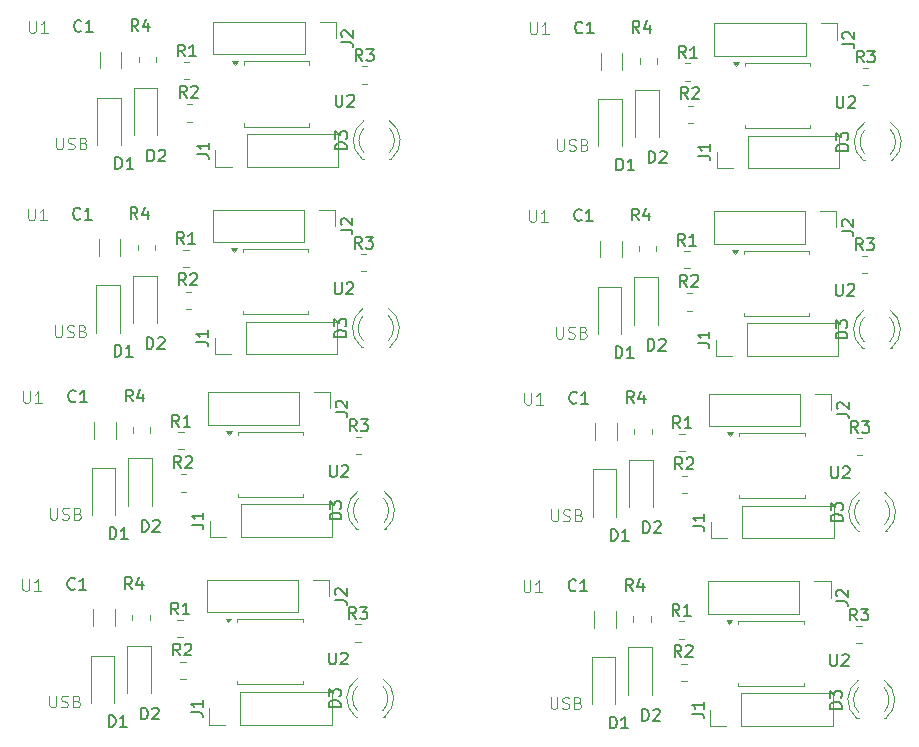
<source format=gbr>
%TF.GenerationSoftware,KiCad,Pcbnew,9.0.2*%
%TF.CreationDate,2025-11-07T14:57:23+01:00*%
%TF.ProjectId,Digispark_USB_Panel,44696769-7370-4617-926b-5f5553425f50,rev?*%
%TF.SameCoordinates,Original*%
%TF.FileFunction,Legend,Top*%
%TF.FilePolarity,Positive*%
%FSLAX46Y46*%
G04 Gerber Fmt 4.6, Leading zero omitted, Abs format (unit mm)*
G04 Created by KiCad (PCBNEW 9.0.2) date 2025-11-07 14:57:23*
%MOMM*%
%LPD*%
G01*
G04 APERTURE LIST*
%ADD10C,0.150000*%
%ADD11C,0.100000*%
%ADD12C,0.120000*%
G04 APERTURE END LIST*
D10*
X123026183Y-107514419D02*
X122692850Y-107038228D01*
X122454755Y-107514419D02*
X122454755Y-106514419D01*
X122454755Y-106514419D02*
X122835707Y-106514419D01*
X122835707Y-106514419D02*
X122930945Y-106562038D01*
X122930945Y-106562038D02*
X122978564Y-106609657D01*
X122978564Y-106609657D02*
X123026183Y-106704895D01*
X123026183Y-106704895D02*
X123026183Y-106847752D01*
X123026183Y-106847752D02*
X122978564Y-106942990D01*
X122978564Y-106942990D02*
X122930945Y-106990609D01*
X122930945Y-106990609D02*
X122835707Y-107038228D01*
X122835707Y-107038228D02*
X122454755Y-107038228D01*
X123407136Y-106609657D02*
X123454755Y-106562038D01*
X123454755Y-106562038D02*
X123549993Y-106514419D01*
X123549993Y-106514419D02*
X123788088Y-106514419D01*
X123788088Y-106514419D02*
X123883326Y-106562038D01*
X123883326Y-106562038D02*
X123930945Y-106609657D01*
X123930945Y-106609657D02*
X123978564Y-106704895D01*
X123978564Y-106704895D02*
X123978564Y-106800133D01*
X123978564Y-106800133D02*
X123930945Y-106942990D01*
X123930945Y-106942990D02*
X123359517Y-107514419D01*
X123359517Y-107514419D02*
X123978564Y-107514419D01*
D11*
X109673545Y-101030619D02*
X109673545Y-101840142D01*
X109673545Y-101840142D02*
X109721164Y-101935380D01*
X109721164Y-101935380D02*
X109768783Y-101983000D01*
X109768783Y-101983000D02*
X109864021Y-102030619D01*
X109864021Y-102030619D02*
X110054497Y-102030619D01*
X110054497Y-102030619D02*
X110149735Y-101983000D01*
X110149735Y-101983000D02*
X110197354Y-101935380D01*
X110197354Y-101935380D02*
X110244973Y-101840142D01*
X110244973Y-101840142D02*
X110244973Y-101030619D01*
X111244973Y-102030619D02*
X110673545Y-102030619D01*
X110959259Y-102030619D02*
X110959259Y-101030619D01*
X110959259Y-101030619D02*
X110864021Y-101173476D01*
X110864021Y-101173476D02*
X110768783Y-101268714D01*
X110768783Y-101268714D02*
X110673545Y-101316333D01*
X111958534Y-110910419D02*
X111958534Y-111719942D01*
X111958534Y-111719942D02*
X112006153Y-111815180D01*
X112006153Y-111815180D02*
X112053772Y-111862800D01*
X112053772Y-111862800D02*
X112149010Y-111910419D01*
X112149010Y-111910419D02*
X112339486Y-111910419D01*
X112339486Y-111910419D02*
X112434724Y-111862800D01*
X112434724Y-111862800D02*
X112482343Y-111815180D01*
X112482343Y-111815180D02*
X112529962Y-111719942D01*
X112529962Y-111719942D02*
X112529962Y-110910419D01*
X112958534Y-111862800D02*
X113101391Y-111910419D01*
X113101391Y-111910419D02*
X113339486Y-111910419D01*
X113339486Y-111910419D02*
X113434724Y-111862800D01*
X113434724Y-111862800D02*
X113482343Y-111815180D01*
X113482343Y-111815180D02*
X113529962Y-111719942D01*
X113529962Y-111719942D02*
X113529962Y-111624704D01*
X113529962Y-111624704D02*
X113482343Y-111529466D01*
X113482343Y-111529466D02*
X113434724Y-111481847D01*
X113434724Y-111481847D02*
X113339486Y-111434228D01*
X113339486Y-111434228D02*
X113149010Y-111386609D01*
X113149010Y-111386609D02*
X113053772Y-111338990D01*
X113053772Y-111338990D02*
X113006153Y-111291371D01*
X113006153Y-111291371D02*
X112958534Y-111196133D01*
X112958534Y-111196133D02*
X112958534Y-111100895D01*
X112958534Y-111100895D02*
X113006153Y-111005657D01*
X113006153Y-111005657D02*
X113053772Y-110958038D01*
X113053772Y-110958038D02*
X113149010Y-110910419D01*
X113149010Y-110910419D02*
X113387105Y-110910419D01*
X113387105Y-110910419D02*
X113529962Y-110958038D01*
X114291867Y-111386609D02*
X114434724Y-111434228D01*
X114434724Y-111434228D02*
X114482343Y-111481847D01*
X114482343Y-111481847D02*
X114529962Y-111577085D01*
X114529962Y-111577085D02*
X114529962Y-111719942D01*
X114529962Y-111719942D02*
X114482343Y-111815180D01*
X114482343Y-111815180D02*
X114434724Y-111862800D01*
X114434724Y-111862800D02*
X114339486Y-111910419D01*
X114339486Y-111910419D02*
X113958534Y-111910419D01*
X113958534Y-111910419D02*
X113958534Y-110910419D01*
X113958534Y-110910419D02*
X114291867Y-110910419D01*
X114291867Y-110910419D02*
X114387105Y-110958038D01*
X114387105Y-110958038D02*
X114434724Y-111005657D01*
X114434724Y-111005657D02*
X114482343Y-111100895D01*
X114482343Y-111100895D02*
X114482343Y-111196133D01*
X114482343Y-111196133D02*
X114434724Y-111291371D01*
X114434724Y-111291371D02*
X114387105Y-111338990D01*
X114387105Y-111338990D02*
X114291867Y-111386609D01*
X114291867Y-111386609D02*
X113958534Y-111386609D01*
D10*
X136120869Y-102820933D02*
X136835154Y-102820933D01*
X136835154Y-102820933D02*
X136978011Y-102868552D01*
X136978011Y-102868552D02*
X137073250Y-102963790D01*
X137073250Y-102963790D02*
X137120869Y-103106647D01*
X137120869Y-103106647D02*
X137120869Y-103201885D01*
X136216107Y-102392361D02*
X136168488Y-102344742D01*
X136168488Y-102344742D02*
X136120869Y-102249504D01*
X136120869Y-102249504D02*
X136120869Y-102011409D01*
X136120869Y-102011409D02*
X136168488Y-101916171D01*
X136168488Y-101916171D02*
X136216107Y-101868552D01*
X136216107Y-101868552D02*
X136311345Y-101820933D01*
X136311345Y-101820933D02*
X136406583Y-101820933D01*
X136406583Y-101820933D02*
X136549440Y-101868552D01*
X136549440Y-101868552D02*
X137120869Y-102439980D01*
X137120869Y-102439980D02*
X137120869Y-101820933D01*
X114104183Y-101856580D02*
X114056564Y-101904200D01*
X114056564Y-101904200D02*
X113913707Y-101951819D01*
X113913707Y-101951819D02*
X113818469Y-101951819D01*
X113818469Y-101951819D02*
X113675612Y-101904200D01*
X113675612Y-101904200D02*
X113580374Y-101808961D01*
X113580374Y-101808961D02*
X113532755Y-101713723D01*
X113532755Y-101713723D02*
X113485136Y-101523247D01*
X113485136Y-101523247D02*
X113485136Y-101380390D01*
X113485136Y-101380390D02*
X113532755Y-101189914D01*
X113532755Y-101189914D02*
X113580374Y-101094676D01*
X113580374Y-101094676D02*
X113675612Y-100999438D01*
X113675612Y-100999438D02*
X113818469Y-100951819D01*
X113818469Y-100951819D02*
X113913707Y-100951819D01*
X113913707Y-100951819D02*
X114056564Y-100999438D01*
X114056564Y-100999438D02*
X114104183Y-101047057D01*
X115056564Y-101951819D02*
X114485136Y-101951819D01*
X114770850Y-101951819D02*
X114770850Y-100951819D01*
X114770850Y-100951819D02*
X114675612Y-101094676D01*
X114675612Y-101094676D02*
X114580374Y-101189914D01*
X114580374Y-101189914D02*
X114485136Y-101237533D01*
X135632345Y-107276419D02*
X135632345Y-108085942D01*
X135632345Y-108085942D02*
X135679964Y-108181180D01*
X135679964Y-108181180D02*
X135727583Y-108228800D01*
X135727583Y-108228800D02*
X135822821Y-108276419D01*
X135822821Y-108276419D02*
X136013297Y-108276419D01*
X136013297Y-108276419D02*
X136108535Y-108228800D01*
X136108535Y-108228800D02*
X136156154Y-108181180D01*
X136156154Y-108181180D02*
X136203773Y-108085942D01*
X136203773Y-108085942D02*
X136203773Y-107276419D01*
X136632345Y-107371657D02*
X136679964Y-107324038D01*
X136679964Y-107324038D02*
X136775202Y-107276419D01*
X136775202Y-107276419D02*
X137013297Y-107276419D01*
X137013297Y-107276419D02*
X137108535Y-107324038D01*
X137108535Y-107324038D02*
X137156154Y-107371657D01*
X137156154Y-107371657D02*
X137203773Y-107466895D01*
X137203773Y-107466895D02*
X137203773Y-107562133D01*
X137203773Y-107562133D02*
X137156154Y-107704990D01*
X137156154Y-107704990D02*
X136584726Y-108276419D01*
X136584726Y-108276419D02*
X137203773Y-108276419D01*
X116987155Y-113559619D02*
X116987155Y-112559619D01*
X116987155Y-112559619D02*
X117225250Y-112559619D01*
X117225250Y-112559619D02*
X117368107Y-112607238D01*
X117368107Y-112607238D02*
X117463345Y-112702476D01*
X117463345Y-112702476D02*
X117510964Y-112797714D01*
X117510964Y-112797714D02*
X117558583Y-112988190D01*
X117558583Y-112988190D02*
X117558583Y-113131047D01*
X117558583Y-113131047D02*
X117510964Y-113321523D01*
X117510964Y-113321523D02*
X117463345Y-113416761D01*
X117463345Y-113416761D02*
X117368107Y-113512000D01*
X117368107Y-113512000D02*
X117225250Y-113559619D01*
X117225250Y-113559619D02*
X116987155Y-113559619D01*
X118510964Y-113559619D02*
X117939536Y-113559619D01*
X118225250Y-113559619D02*
X118225250Y-112559619D01*
X118225250Y-112559619D02*
X118130012Y-112702476D01*
X118130012Y-112702476D02*
X118034774Y-112797714D01*
X118034774Y-112797714D02*
X117939536Y-112845333D01*
X136606869Y-111887094D02*
X135606869Y-111887094D01*
X135606869Y-111887094D02*
X135606869Y-111648999D01*
X135606869Y-111648999D02*
X135654488Y-111506142D01*
X135654488Y-111506142D02*
X135749726Y-111410904D01*
X135749726Y-111410904D02*
X135844964Y-111363285D01*
X135844964Y-111363285D02*
X136035440Y-111315666D01*
X136035440Y-111315666D02*
X136178297Y-111315666D01*
X136178297Y-111315666D02*
X136368773Y-111363285D01*
X136368773Y-111363285D02*
X136464011Y-111410904D01*
X136464011Y-111410904D02*
X136559250Y-111506142D01*
X136559250Y-111506142D02*
X136606869Y-111648999D01*
X136606869Y-111648999D02*
X136606869Y-111887094D01*
X135606869Y-110982332D02*
X135606869Y-110363285D01*
X135606869Y-110363285D02*
X135987821Y-110696618D01*
X135987821Y-110696618D02*
X135987821Y-110553761D01*
X135987821Y-110553761D02*
X136035440Y-110458523D01*
X136035440Y-110458523D02*
X136083059Y-110410904D01*
X136083059Y-110410904D02*
X136178297Y-110363285D01*
X136178297Y-110363285D02*
X136416392Y-110363285D01*
X136416392Y-110363285D02*
X136511630Y-110410904D01*
X136511630Y-110410904D02*
X136559250Y-110458523D01*
X136559250Y-110458523D02*
X136606869Y-110553761D01*
X136606869Y-110553761D02*
X136606869Y-110839475D01*
X136606869Y-110839475D02*
X136559250Y-110934713D01*
X136559250Y-110934713D02*
X136511630Y-110982332D01*
X119704955Y-112924619D02*
X119704955Y-111924619D01*
X119704955Y-111924619D02*
X119943050Y-111924619D01*
X119943050Y-111924619D02*
X120085907Y-111972238D01*
X120085907Y-111972238D02*
X120181145Y-112067476D01*
X120181145Y-112067476D02*
X120228764Y-112162714D01*
X120228764Y-112162714D02*
X120276383Y-112353190D01*
X120276383Y-112353190D02*
X120276383Y-112496047D01*
X120276383Y-112496047D02*
X120228764Y-112686523D01*
X120228764Y-112686523D02*
X120181145Y-112781761D01*
X120181145Y-112781761D02*
X120085907Y-112877000D01*
X120085907Y-112877000D02*
X119943050Y-112924619D01*
X119943050Y-112924619D02*
X119704955Y-112924619D01*
X120657336Y-112019857D02*
X120704955Y-111972238D01*
X120704955Y-111972238D02*
X120800193Y-111924619D01*
X120800193Y-111924619D02*
X121038288Y-111924619D01*
X121038288Y-111924619D02*
X121133526Y-111972238D01*
X121133526Y-111972238D02*
X121181145Y-112019857D01*
X121181145Y-112019857D02*
X121228764Y-112115095D01*
X121228764Y-112115095D02*
X121228764Y-112210333D01*
X121228764Y-112210333D02*
X121181145Y-112353190D01*
X121181145Y-112353190D02*
X120609717Y-112924619D01*
X120609717Y-112924619D02*
X121228764Y-112924619D01*
X137903983Y-104416619D02*
X137570650Y-103940428D01*
X137332555Y-104416619D02*
X137332555Y-103416619D01*
X137332555Y-103416619D02*
X137713507Y-103416619D01*
X137713507Y-103416619D02*
X137808745Y-103464238D01*
X137808745Y-103464238D02*
X137856364Y-103511857D01*
X137856364Y-103511857D02*
X137903983Y-103607095D01*
X137903983Y-103607095D02*
X137903983Y-103749952D01*
X137903983Y-103749952D02*
X137856364Y-103845190D01*
X137856364Y-103845190D02*
X137808745Y-103892809D01*
X137808745Y-103892809D02*
X137713507Y-103940428D01*
X137713507Y-103940428D02*
X137332555Y-103940428D01*
X138237317Y-103416619D02*
X138856364Y-103416619D01*
X138856364Y-103416619D02*
X138523031Y-103797571D01*
X138523031Y-103797571D02*
X138665888Y-103797571D01*
X138665888Y-103797571D02*
X138761126Y-103845190D01*
X138761126Y-103845190D02*
X138808745Y-103892809D01*
X138808745Y-103892809D02*
X138856364Y-103988047D01*
X138856364Y-103988047D02*
X138856364Y-104226142D01*
X138856364Y-104226142D02*
X138808745Y-104321380D01*
X138808745Y-104321380D02*
X138761126Y-104369000D01*
X138761126Y-104369000D02*
X138665888Y-104416619D01*
X138665888Y-104416619D02*
X138380174Y-104416619D01*
X138380174Y-104416619D02*
X138284936Y-104369000D01*
X138284936Y-104369000D02*
X138237317Y-104321380D01*
X118930183Y-101901019D02*
X118596850Y-101424828D01*
X118358755Y-101901019D02*
X118358755Y-100901019D01*
X118358755Y-100901019D02*
X118739707Y-100901019D01*
X118739707Y-100901019D02*
X118834945Y-100948638D01*
X118834945Y-100948638D02*
X118882564Y-100996257D01*
X118882564Y-100996257D02*
X118930183Y-101091495D01*
X118930183Y-101091495D02*
X118930183Y-101234352D01*
X118930183Y-101234352D02*
X118882564Y-101329590D01*
X118882564Y-101329590D02*
X118834945Y-101377209D01*
X118834945Y-101377209D02*
X118739707Y-101424828D01*
X118739707Y-101424828D02*
X118358755Y-101424828D01*
X119787326Y-101234352D02*
X119787326Y-101901019D01*
X119549231Y-100853400D02*
X119311136Y-101567685D01*
X119311136Y-101567685D02*
X119930183Y-101567685D01*
X122857783Y-104035619D02*
X122524450Y-103559428D01*
X122286355Y-104035619D02*
X122286355Y-103035619D01*
X122286355Y-103035619D02*
X122667307Y-103035619D01*
X122667307Y-103035619D02*
X122762545Y-103083238D01*
X122762545Y-103083238D02*
X122810164Y-103130857D01*
X122810164Y-103130857D02*
X122857783Y-103226095D01*
X122857783Y-103226095D02*
X122857783Y-103368952D01*
X122857783Y-103368952D02*
X122810164Y-103464190D01*
X122810164Y-103464190D02*
X122762545Y-103511809D01*
X122762545Y-103511809D02*
X122667307Y-103559428D01*
X122667307Y-103559428D02*
X122286355Y-103559428D01*
X123810164Y-104035619D02*
X123238736Y-104035619D01*
X123524450Y-104035619D02*
X123524450Y-103035619D01*
X123524450Y-103035619D02*
X123429212Y-103178476D01*
X123429212Y-103178476D02*
X123333974Y-103273714D01*
X123333974Y-103273714D02*
X123238736Y-103321333D01*
X123918669Y-112320533D02*
X124632954Y-112320533D01*
X124632954Y-112320533D02*
X124775811Y-112368152D01*
X124775811Y-112368152D02*
X124871050Y-112463390D01*
X124871050Y-112463390D02*
X124918669Y-112606247D01*
X124918669Y-112606247D02*
X124918669Y-112701485D01*
X124918669Y-111320533D02*
X124918669Y-111891961D01*
X124918669Y-111606247D02*
X123918669Y-111606247D01*
X123918669Y-111606247D02*
X124061526Y-111701485D01*
X124061526Y-111701485D02*
X124156764Y-111796723D01*
X124156764Y-111796723D02*
X124204383Y-111891961D01*
X123506983Y-76167819D02*
X123173650Y-75691628D01*
X122935555Y-76167819D02*
X122935555Y-75167819D01*
X122935555Y-75167819D02*
X123316507Y-75167819D01*
X123316507Y-75167819D02*
X123411745Y-75215438D01*
X123411745Y-75215438D02*
X123459364Y-75263057D01*
X123459364Y-75263057D02*
X123506983Y-75358295D01*
X123506983Y-75358295D02*
X123506983Y-75501152D01*
X123506983Y-75501152D02*
X123459364Y-75596390D01*
X123459364Y-75596390D02*
X123411745Y-75644009D01*
X123411745Y-75644009D02*
X123316507Y-75691628D01*
X123316507Y-75691628D02*
X122935555Y-75691628D01*
X123887936Y-75263057D02*
X123935555Y-75215438D01*
X123935555Y-75215438D02*
X124030793Y-75167819D01*
X124030793Y-75167819D02*
X124268888Y-75167819D01*
X124268888Y-75167819D02*
X124364126Y-75215438D01*
X124364126Y-75215438D02*
X124411745Y-75263057D01*
X124411745Y-75263057D02*
X124459364Y-75358295D01*
X124459364Y-75358295D02*
X124459364Y-75453533D01*
X124459364Y-75453533D02*
X124411745Y-75596390D01*
X124411745Y-75596390D02*
X123840317Y-76167819D01*
X123840317Y-76167819D02*
X124459364Y-76167819D01*
X118859533Y-117789219D02*
X118526200Y-117313028D01*
X118288105Y-117789219D02*
X118288105Y-116789219D01*
X118288105Y-116789219D02*
X118669057Y-116789219D01*
X118669057Y-116789219D02*
X118764295Y-116836838D01*
X118764295Y-116836838D02*
X118811914Y-116884457D01*
X118811914Y-116884457D02*
X118859533Y-116979695D01*
X118859533Y-116979695D02*
X118859533Y-117122552D01*
X118859533Y-117122552D02*
X118811914Y-117217790D01*
X118811914Y-117217790D02*
X118764295Y-117265409D01*
X118764295Y-117265409D02*
X118669057Y-117313028D01*
X118669057Y-117313028D02*
X118288105Y-117313028D01*
X119716676Y-117122552D02*
X119716676Y-117789219D01*
X119478581Y-116741600D02*
X119240486Y-117455885D01*
X119240486Y-117455885D02*
X119859533Y-117455885D01*
D11*
X109602895Y-116918819D02*
X109602895Y-117728342D01*
X109602895Y-117728342D02*
X109650514Y-117823580D01*
X109650514Y-117823580D02*
X109698133Y-117871200D01*
X109698133Y-117871200D02*
X109793371Y-117918819D01*
X109793371Y-117918819D02*
X109983847Y-117918819D01*
X109983847Y-117918819D02*
X110079085Y-117871200D01*
X110079085Y-117871200D02*
X110126704Y-117823580D01*
X110126704Y-117823580D02*
X110174323Y-117728342D01*
X110174323Y-117728342D02*
X110174323Y-116918819D01*
X111174323Y-117918819D02*
X110602895Y-117918819D01*
X110888609Y-117918819D02*
X110888609Y-116918819D01*
X110888609Y-116918819D02*
X110793371Y-117061676D01*
X110793371Y-117061676D02*
X110698133Y-117156914D01*
X110698133Y-117156914D02*
X110602895Y-117204533D01*
X111887884Y-126798619D02*
X111887884Y-127608142D01*
X111887884Y-127608142D02*
X111935503Y-127703380D01*
X111935503Y-127703380D02*
X111983122Y-127751000D01*
X111983122Y-127751000D02*
X112078360Y-127798619D01*
X112078360Y-127798619D02*
X112268836Y-127798619D01*
X112268836Y-127798619D02*
X112364074Y-127751000D01*
X112364074Y-127751000D02*
X112411693Y-127703380D01*
X112411693Y-127703380D02*
X112459312Y-127608142D01*
X112459312Y-127608142D02*
X112459312Y-126798619D01*
X112887884Y-127751000D02*
X113030741Y-127798619D01*
X113030741Y-127798619D02*
X113268836Y-127798619D01*
X113268836Y-127798619D02*
X113364074Y-127751000D01*
X113364074Y-127751000D02*
X113411693Y-127703380D01*
X113411693Y-127703380D02*
X113459312Y-127608142D01*
X113459312Y-127608142D02*
X113459312Y-127512904D01*
X113459312Y-127512904D02*
X113411693Y-127417666D01*
X113411693Y-127417666D02*
X113364074Y-127370047D01*
X113364074Y-127370047D02*
X113268836Y-127322428D01*
X113268836Y-127322428D02*
X113078360Y-127274809D01*
X113078360Y-127274809D02*
X112983122Y-127227190D01*
X112983122Y-127227190D02*
X112935503Y-127179571D01*
X112935503Y-127179571D02*
X112887884Y-127084333D01*
X112887884Y-127084333D02*
X112887884Y-126989095D01*
X112887884Y-126989095D02*
X112935503Y-126893857D01*
X112935503Y-126893857D02*
X112983122Y-126846238D01*
X112983122Y-126846238D02*
X113078360Y-126798619D01*
X113078360Y-126798619D02*
X113316455Y-126798619D01*
X113316455Y-126798619D02*
X113459312Y-126846238D01*
X114221217Y-127274809D02*
X114364074Y-127322428D01*
X114364074Y-127322428D02*
X114411693Y-127370047D01*
X114411693Y-127370047D02*
X114459312Y-127465285D01*
X114459312Y-127465285D02*
X114459312Y-127608142D01*
X114459312Y-127608142D02*
X114411693Y-127703380D01*
X114411693Y-127703380D02*
X114364074Y-127751000D01*
X114364074Y-127751000D02*
X114268836Y-127798619D01*
X114268836Y-127798619D02*
X113887884Y-127798619D01*
X113887884Y-127798619D02*
X113887884Y-126798619D01*
X113887884Y-126798619D02*
X114221217Y-126798619D01*
X114221217Y-126798619D02*
X114316455Y-126846238D01*
X114316455Y-126846238D02*
X114364074Y-126893857D01*
X114364074Y-126893857D02*
X114411693Y-126989095D01*
X114411693Y-126989095D02*
X114411693Y-127084333D01*
X114411693Y-127084333D02*
X114364074Y-127179571D01*
X114364074Y-127179571D02*
X114316455Y-127227190D01*
X114316455Y-127227190D02*
X114221217Y-127274809D01*
X114221217Y-127274809D02*
X113887884Y-127274809D01*
D10*
X114033533Y-117744780D02*
X113985914Y-117792400D01*
X113985914Y-117792400D02*
X113843057Y-117840019D01*
X113843057Y-117840019D02*
X113747819Y-117840019D01*
X113747819Y-117840019D02*
X113604962Y-117792400D01*
X113604962Y-117792400D02*
X113509724Y-117697161D01*
X113509724Y-117697161D02*
X113462105Y-117601923D01*
X113462105Y-117601923D02*
X113414486Y-117411447D01*
X113414486Y-117411447D02*
X113414486Y-117268590D01*
X113414486Y-117268590D02*
X113462105Y-117078114D01*
X113462105Y-117078114D02*
X113509724Y-116982876D01*
X113509724Y-116982876D02*
X113604962Y-116887638D01*
X113604962Y-116887638D02*
X113747819Y-116840019D01*
X113747819Y-116840019D02*
X113843057Y-116840019D01*
X113843057Y-116840019D02*
X113985914Y-116887638D01*
X113985914Y-116887638D02*
X114033533Y-116935257D01*
X114985914Y-117840019D02*
X114414486Y-117840019D01*
X114700200Y-117840019D02*
X114700200Y-116840019D01*
X114700200Y-116840019D02*
X114604962Y-116982876D01*
X114604962Y-116982876D02*
X114509724Y-117078114D01*
X114509724Y-117078114D02*
X114414486Y-117125733D01*
X119634305Y-128812819D02*
X119634305Y-127812819D01*
X119634305Y-127812819D02*
X119872400Y-127812819D01*
X119872400Y-127812819D02*
X120015257Y-127860438D01*
X120015257Y-127860438D02*
X120110495Y-127955676D01*
X120110495Y-127955676D02*
X120158114Y-128050914D01*
X120158114Y-128050914D02*
X120205733Y-128241390D01*
X120205733Y-128241390D02*
X120205733Y-128384247D01*
X120205733Y-128384247D02*
X120158114Y-128574723D01*
X120158114Y-128574723D02*
X120110495Y-128669961D01*
X120110495Y-128669961D02*
X120015257Y-128765200D01*
X120015257Y-128765200D02*
X119872400Y-128812819D01*
X119872400Y-128812819D02*
X119634305Y-128812819D01*
X120586686Y-127908057D02*
X120634305Y-127860438D01*
X120634305Y-127860438D02*
X120729543Y-127812819D01*
X120729543Y-127812819D02*
X120967638Y-127812819D01*
X120967638Y-127812819D02*
X121062876Y-127860438D01*
X121062876Y-127860438D02*
X121110495Y-127908057D01*
X121110495Y-127908057D02*
X121158114Y-128003295D01*
X121158114Y-128003295D02*
X121158114Y-128098533D01*
X121158114Y-128098533D02*
X121110495Y-128241390D01*
X121110495Y-128241390D02*
X120539067Y-128812819D01*
X120539067Y-128812819D02*
X121158114Y-128812819D01*
X135561695Y-123164619D02*
X135561695Y-123974142D01*
X135561695Y-123974142D02*
X135609314Y-124069380D01*
X135609314Y-124069380D02*
X135656933Y-124117000D01*
X135656933Y-124117000D02*
X135752171Y-124164619D01*
X135752171Y-124164619D02*
X135942647Y-124164619D01*
X135942647Y-124164619D02*
X136037885Y-124117000D01*
X136037885Y-124117000D02*
X136085504Y-124069380D01*
X136085504Y-124069380D02*
X136133123Y-123974142D01*
X136133123Y-123974142D02*
X136133123Y-123164619D01*
X136561695Y-123259857D02*
X136609314Y-123212238D01*
X136609314Y-123212238D02*
X136704552Y-123164619D01*
X136704552Y-123164619D02*
X136942647Y-123164619D01*
X136942647Y-123164619D02*
X137037885Y-123212238D01*
X137037885Y-123212238D02*
X137085504Y-123259857D01*
X137085504Y-123259857D02*
X137133123Y-123355095D01*
X137133123Y-123355095D02*
X137133123Y-123450333D01*
X137133123Y-123450333D02*
X137085504Y-123593190D01*
X137085504Y-123593190D02*
X136514076Y-124164619D01*
X136514076Y-124164619D02*
X137133123Y-124164619D01*
X122955533Y-123402619D02*
X122622200Y-122926428D01*
X122384105Y-123402619D02*
X122384105Y-122402619D01*
X122384105Y-122402619D02*
X122765057Y-122402619D01*
X122765057Y-122402619D02*
X122860295Y-122450238D01*
X122860295Y-122450238D02*
X122907914Y-122497857D01*
X122907914Y-122497857D02*
X122955533Y-122593095D01*
X122955533Y-122593095D02*
X122955533Y-122735952D01*
X122955533Y-122735952D02*
X122907914Y-122831190D01*
X122907914Y-122831190D02*
X122860295Y-122878809D01*
X122860295Y-122878809D02*
X122765057Y-122926428D01*
X122765057Y-122926428D02*
X122384105Y-122926428D01*
X123336486Y-122497857D02*
X123384105Y-122450238D01*
X123384105Y-122450238D02*
X123479343Y-122402619D01*
X123479343Y-122402619D02*
X123717438Y-122402619D01*
X123717438Y-122402619D02*
X123812676Y-122450238D01*
X123812676Y-122450238D02*
X123860295Y-122497857D01*
X123860295Y-122497857D02*
X123907914Y-122593095D01*
X123907914Y-122593095D02*
X123907914Y-122688333D01*
X123907914Y-122688333D02*
X123860295Y-122831190D01*
X123860295Y-122831190D02*
X123288867Y-123402619D01*
X123288867Y-123402619D02*
X123907914Y-123402619D01*
X136050219Y-118709133D02*
X136764504Y-118709133D01*
X136764504Y-118709133D02*
X136907361Y-118756752D01*
X136907361Y-118756752D02*
X137002600Y-118851990D01*
X137002600Y-118851990D02*
X137050219Y-118994847D01*
X137050219Y-118994847D02*
X137050219Y-119090085D01*
X136145457Y-118280561D02*
X136097838Y-118232942D01*
X136097838Y-118232942D02*
X136050219Y-118137704D01*
X136050219Y-118137704D02*
X136050219Y-117899609D01*
X136050219Y-117899609D02*
X136097838Y-117804371D01*
X136097838Y-117804371D02*
X136145457Y-117756752D01*
X136145457Y-117756752D02*
X136240695Y-117709133D01*
X136240695Y-117709133D02*
X136335933Y-117709133D01*
X136335933Y-117709133D02*
X136478790Y-117756752D01*
X136478790Y-117756752D02*
X137050219Y-118328180D01*
X137050219Y-118328180D02*
X137050219Y-117709133D01*
X136536219Y-127775294D02*
X135536219Y-127775294D01*
X135536219Y-127775294D02*
X135536219Y-127537199D01*
X135536219Y-127537199D02*
X135583838Y-127394342D01*
X135583838Y-127394342D02*
X135679076Y-127299104D01*
X135679076Y-127299104D02*
X135774314Y-127251485D01*
X135774314Y-127251485D02*
X135964790Y-127203866D01*
X135964790Y-127203866D02*
X136107647Y-127203866D01*
X136107647Y-127203866D02*
X136298123Y-127251485D01*
X136298123Y-127251485D02*
X136393361Y-127299104D01*
X136393361Y-127299104D02*
X136488600Y-127394342D01*
X136488600Y-127394342D02*
X136536219Y-127537199D01*
X136536219Y-127537199D02*
X136536219Y-127775294D01*
X135536219Y-126870532D02*
X135536219Y-126251485D01*
X135536219Y-126251485D02*
X135917171Y-126584818D01*
X135917171Y-126584818D02*
X135917171Y-126441961D01*
X135917171Y-126441961D02*
X135964790Y-126346723D01*
X135964790Y-126346723D02*
X136012409Y-126299104D01*
X136012409Y-126299104D02*
X136107647Y-126251485D01*
X136107647Y-126251485D02*
X136345742Y-126251485D01*
X136345742Y-126251485D02*
X136440980Y-126299104D01*
X136440980Y-126299104D02*
X136488600Y-126346723D01*
X136488600Y-126346723D02*
X136536219Y-126441961D01*
X136536219Y-126441961D02*
X136536219Y-126727675D01*
X136536219Y-126727675D02*
X136488600Y-126822913D01*
X136488600Y-126822913D02*
X136440980Y-126870532D01*
X137833333Y-120304819D02*
X137500000Y-119828628D01*
X137261905Y-120304819D02*
X137261905Y-119304819D01*
X137261905Y-119304819D02*
X137642857Y-119304819D01*
X137642857Y-119304819D02*
X137738095Y-119352438D01*
X137738095Y-119352438D02*
X137785714Y-119400057D01*
X137785714Y-119400057D02*
X137833333Y-119495295D01*
X137833333Y-119495295D02*
X137833333Y-119638152D01*
X137833333Y-119638152D02*
X137785714Y-119733390D01*
X137785714Y-119733390D02*
X137738095Y-119781009D01*
X137738095Y-119781009D02*
X137642857Y-119828628D01*
X137642857Y-119828628D02*
X137261905Y-119828628D01*
X138166667Y-119304819D02*
X138785714Y-119304819D01*
X138785714Y-119304819D02*
X138452381Y-119685771D01*
X138452381Y-119685771D02*
X138595238Y-119685771D01*
X138595238Y-119685771D02*
X138690476Y-119733390D01*
X138690476Y-119733390D02*
X138738095Y-119781009D01*
X138738095Y-119781009D02*
X138785714Y-119876247D01*
X138785714Y-119876247D02*
X138785714Y-120114342D01*
X138785714Y-120114342D02*
X138738095Y-120209580D01*
X138738095Y-120209580D02*
X138690476Y-120257200D01*
X138690476Y-120257200D02*
X138595238Y-120304819D01*
X138595238Y-120304819D02*
X138309524Y-120304819D01*
X138309524Y-120304819D02*
X138214286Y-120257200D01*
X138214286Y-120257200D02*
X138166667Y-120209580D01*
X116916505Y-129447819D02*
X116916505Y-128447819D01*
X116916505Y-128447819D02*
X117154600Y-128447819D01*
X117154600Y-128447819D02*
X117297457Y-128495438D01*
X117297457Y-128495438D02*
X117392695Y-128590676D01*
X117392695Y-128590676D02*
X117440314Y-128685914D01*
X117440314Y-128685914D02*
X117487933Y-128876390D01*
X117487933Y-128876390D02*
X117487933Y-129019247D01*
X117487933Y-129019247D02*
X117440314Y-129209723D01*
X117440314Y-129209723D02*
X117392695Y-129304961D01*
X117392695Y-129304961D02*
X117297457Y-129400200D01*
X117297457Y-129400200D02*
X117154600Y-129447819D01*
X117154600Y-129447819D02*
X116916505Y-129447819D01*
X118440314Y-129447819D02*
X117868886Y-129447819D01*
X118154600Y-129447819D02*
X118154600Y-128447819D01*
X118154600Y-128447819D02*
X118059362Y-128590676D01*
X118059362Y-128590676D02*
X117964124Y-128685914D01*
X117964124Y-128685914D02*
X117868886Y-128733533D01*
X122787133Y-119923819D02*
X122453800Y-119447628D01*
X122215705Y-119923819D02*
X122215705Y-118923819D01*
X122215705Y-118923819D02*
X122596657Y-118923819D01*
X122596657Y-118923819D02*
X122691895Y-118971438D01*
X122691895Y-118971438D02*
X122739514Y-119019057D01*
X122739514Y-119019057D02*
X122787133Y-119114295D01*
X122787133Y-119114295D02*
X122787133Y-119257152D01*
X122787133Y-119257152D02*
X122739514Y-119352390D01*
X122739514Y-119352390D02*
X122691895Y-119400009D01*
X122691895Y-119400009D02*
X122596657Y-119447628D01*
X122596657Y-119447628D02*
X122215705Y-119447628D01*
X123739514Y-119923819D02*
X123168086Y-119923819D01*
X123453800Y-119923819D02*
X123453800Y-118923819D01*
X123453800Y-118923819D02*
X123358562Y-119066676D01*
X123358562Y-119066676D02*
X123263324Y-119161914D01*
X123263324Y-119161914D02*
X123168086Y-119209533D01*
X123848019Y-128208733D02*
X124562304Y-128208733D01*
X124562304Y-128208733D02*
X124705161Y-128256352D01*
X124705161Y-128256352D02*
X124800400Y-128351590D01*
X124800400Y-128351590D02*
X124848019Y-128494447D01*
X124848019Y-128494447D02*
X124848019Y-128589685D01*
X124848019Y-127208733D02*
X124848019Y-127780161D01*
X124848019Y-127494447D02*
X123848019Y-127494447D01*
X123848019Y-127494447D02*
X123990876Y-127589685D01*
X123990876Y-127589685D02*
X124086114Y-127684923D01*
X124086114Y-127684923D02*
X124133733Y-127780161D01*
X120185755Y-81578019D02*
X120185755Y-80578019D01*
X120185755Y-80578019D02*
X120423850Y-80578019D01*
X120423850Y-80578019D02*
X120566707Y-80625638D01*
X120566707Y-80625638D02*
X120661945Y-80720876D01*
X120661945Y-80720876D02*
X120709564Y-80816114D01*
X120709564Y-80816114D02*
X120757183Y-81006590D01*
X120757183Y-81006590D02*
X120757183Y-81149447D01*
X120757183Y-81149447D02*
X120709564Y-81339923D01*
X120709564Y-81339923D02*
X120661945Y-81435161D01*
X120661945Y-81435161D02*
X120566707Y-81530400D01*
X120566707Y-81530400D02*
X120423850Y-81578019D01*
X120423850Y-81578019D02*
X120185755Y-81578019D01*
X121138136Y-80673257D02*
X121185755Y-80625638D01*
X121185755Y-80625638D02*
X121280993Y-80578019D01*
X121280993Y-80578019D02*
X121519088Y-80578019D01*
X121519088Y-80578019D02*
X121614326Y-80625638D01*
X121614326Y-80625638D02*
X121661945Y-80673257D01*
X121661945Y-80673257D02*
X121709564Y-80768495D01*
X121709564Y-80768495D02*
X121709564Y-80863733D01*
X121709564Y-80863733D02*
X121661945Y-81006590D01*
X121661945Y-81006590D02*
X121090517Y-81578019D01*
X121090517Y-81578019D02*
X121709564Y-81578019D01*
X136601669Y-71474333D02*
X137315954Y-71474333D01*
X137315954Y-71474333D02*
X137458811Y-71521952D01*
X137458811Y-71521952D02*
X137554050Y-71617190D01*
X137554050Y-71617190D02*
X137601669Y-71760047D01*
X137601669Y-71760047D02*
X137601669Y-71855285D01*
X136696907Y-71045761D02*
X136649288Y-70998142D01*
X136649288Y-70998142D02*
X136601669Y-70902904D01*
X136601669Y-70902904D02*
X136601669Y-70664809D01*
X136601669Y-70664809D02*
X136649288Y-70569571D01*
X136649288Y-70569571D02*
X136696907Y-70521952D01*
X136696907Y-70521952D02*
X136792145Y-70474333D01*
X136792145Y-70474333D02*
X136887383Y-70474333D01*
X136887383Y-70474333D02*
X137030240Y-70521952D01*
X137030240Y-70521952D02*
X137601669Y-71093380D01*
X137601669Y-71093380D02*
X137601669Y-70474333D01*
X136531019Y-87362533D02*
X137245304Y-87362533D01*
X137245304Y-87362533D02*
X137388161Y-87410152D01*
X137388161Y-87410152D02*
X137483400Y-87505390D01*
X137483400Y-87505390D02*
X137531019Y-87648247D01*
X137531019Y-87648247D02*
X137531019Y-87743485D01*
X136626257Y-86933961D02*
X136578638Y-86886342D01*
X136578638Y-86886342D02*
X136531019Y-86791104D01*
X136531019Y-86791104D02*
X136531019Y-86553009D01*
X136531019Y-86553009D02*
X136578638Y-86457771D01*
X136578638Y-86457771D02*
X136626257Y-86410152D01*
X136626257Y-86410152D02*
X136721495Y-86362533D01*
X136721495Y-86362533D02*
X136816733Y-86362533D01*
X136816733Y-86362533D02*
X136959590Y-86410152D01*
X136959590Y-86410152D02*
X137531019Y-86981580D01*
X137531019Y-86981580D02*
X137531019Y-86362533D01*
X124399469Y-80973933D02*
X125113754Y-80973933D01*
X125113754Y-80973933D02*
X125256611Y-81021552D01*
X125256611Y-81021552D02*
X125351850Y-81116790D01*
X125351850Y-81116790D02*
X125399469Y-81259647D01*
X125399469Y-81259647D02*
X125399469Y-81354885D01*
X125399469Y-79973933D02*
X125399469Y-80545361D01*
X125399469Y-80259647D02*
X124399469Y-80259647D01*
X124399469Y-80259647D02*
X124542326Y-80354885D01*
X124542326Y-80354885D02*
X124637564Y-80450123D01*
X124637564Y-80450123D02*
X124685183Y-80545361D01*
X137017019Y-96428694D02*
X136017019Y-96428694D01*
X136017019Y-96428694D02*
X136017019Y-96190599D01*
X136017019Y-96190599D02*
X136064638Y-96047742D01*
X136064638Y-96047742D02*
X136159876Y-95952504D01*
X136159876Y-95952504D02*
X136255114Y-95904885D01*
X136255114Y-95904885D02*
X136445590Y-95857266D01*
X136445590Y-95857266D02*
X136588447Y-95857266D01*
X136588447Y-95857266D02*
X136778923Y-95904885D01*
X136778923Y-95904885D02*
X136874161Y-95952504D01*
X136874161Y-95952504D02*
X136969400Y-96047742D01*
X136969400Y-96047742D02*
X137017019Y-96190599D01*
X137017019Y-96190599D02*
X137017019Y-96428694D01*
X136017019Y-95523932D02*
X136017019Y-94904885D01*
X136017019Y-94904885D02*
X136397971Y-95238218D01*
X136397971Y-95238218D02*
X136397971Y-95095361D01*
X136397971Y-95095361D02*
X136445590Y-95000123D01*
X136445590Y-95000123D02*
X136493209Y-94952504D01*
X136493209Y-94952504D02*
X136588447Y-94904885D01*
X136588447Y-94904885D02*
X136826542Y-94904885D01*
X136826542Y-94904885D02*
X136921780Y-94952504D01*
X136921780Y-94952504D02*
X136969400Y-95000123D01*
X136969400Y-95000123D02*
X137017019Y-95095361D01*
X137017019Y-95095361D02*
X137017019Y-95381075D01*
X137017019Y-95381075D02*
X136969400Y-95476313D01*
X136969400Y-95476313D02*
X136921780Y-95523932D01*
X124328819Y-96862133D02*
X125043104Y-96862133D01*
X125043104Y-96862133D02*
X125185961Y-96909752D01*
X125185961Y-96909752D02*
X125281200Y-97004990D01*
X125281200Y-97004990D02*
X125328819Y-97147847D01*
X125328819Y-97147847D02*
X125328819Y-97243085D01*
X125328819Y-95862133D02*
X125328819Y-96433561D01*
X125328819Y-96147847D02*
X124328819Y-96147847D01*
X124328819Y-96147847D02*
X124471676Y-96243085D01*
X124471676Y-96243085D02*
X124566914Y-96338323D01*
X124566914Y-96338323D02*
X124614533Y-96433561D01*
X114584983Y-70509980D02*
X114537364Y-70557600D01*
X114537364Y-70557600D02*
X114394507Y-70605219D01*
X114394507Y-70605219D02*
X114299269Y-70605219D01*
X114299269Y-70605219D02*
X114156412Y-70557600D01*
X114156412Y-70557600D02*
X114061174Y-70462361D01*
X114061174Y-70462361D02*
X114013555Y-70367123D01*
X114013555Y-70367123D02*
X113965936Y-70176647D01*
X113965936Y-70176647D02*
X113965936Y-70033790D01*
X113965936Y-70033790D02*
X114013555Y-69843314D01*
X114013555Y-69843314D02*
X114061174Y-69748076D01*
X114061174Y-69748076D02*
X114156412Y-69652838D01*
X114156412Y-69652838D02*
X114299269Y-69605219D01*
X114299269Y-69605219D02*
X114394507Y-69605219D01*
X114394507Y-69605219D02*
X114537364Y-69652838D01*
X114537364Y-69652838D02*
X114584983Y-69700457D01*
X115537364Y-70605219D02*
X114965936Y-70605219D01*
X115251650Y-70605219D02*
X115251650Y-69605219D01*
X115251650Y-69605219D02*
X115156412Y-69748076D01*
X115156412Y-69748076D02*
X115061174Y-69843314D01*
X115061174Y-69843314D02*
X114965936Y-69890933D01*
D11*
X110154345Y-69684019D02*
X110154345Y-70493542D01*
X110154345Y-70493542D02*
X110201964Y-70588780D01*
X110201964Y-70588780D02*
X110249583Y-70636400D01*
X110249583Y-70636400D02*
X110344821Y-70684019D01*
X110344821Y-70684019D02*
X110535297Y-70684019D01*
X110535297Y-70684019D02*
X110630535Y-70636400D01*
X110630535Y-70636400D02*
X110678154Y-70588780D01*
X110678154Y-70588780D02*
X110725773Y-70493542D01*
X110725773Y-70493542D02*
X110725773Y-69684019D01*
X111725773Y-70684019D02*
X111154345Y-70684019D01*
X111440059Y-70684019D02*
X111440059Y-69684019D01*
X111440059Y-69684019D02*
X111344821Y-69826876D01*
X111344821Y-69826876D02*
X111249583Y-69922114D01*
X111249583Y-69922114D02*
X111154345Y-69969733D01*
X112439334Y-79563819D02*
X112439334Y-80373342D01*
X112439334Y-80373342D02*
X112486953Y-80468580D01*
X112486953Y-80468580D02*
X112534572Y-80516200D01*
X112534572Y-80516200D02*
X112629810Y-80563819D01*
X112629810Y-80563819D02*
X112820286Y-80563819D01*
X112820286Y-80563819D02*
X112915524Y-80516200D01*
X112915524Y-80516200D02*
X112963143Y-80468580D01*
X112963143Y-80468580D02*
X113010762Y-80373342D01*
X113010762Y-80373342D02*
X113010762Y-79563819D01*
X113439334Y-80516200D02*
X113582191Y-80563819D01*
X113582191Y-80563819D02*
X113820286Y-80563819D01*
X113820286Y-80563819D02*
X113915524Y-80516200D01*
X113915524Y-80516200D02*
X113963143Y-80468580D01*
X113963143Y-80468580D02*
X114010762Y-80373342D01*
X114010762Y-80373342D02*
X114010762Y-80278104D01*
X114010762Y-80278104D02*
X113963143Y-80182866D01*
X113963143Y-80182866D02*
X113915524Y-80135247D01*
X113915524Y-80135247D02*
X113820286Y-80087628D01*
X113820286Y-80087628D02*
X113629810Y-80040009D01*
X113629810Y-80040009D02*
X113534572Y-79992390D01*
X113534572Y-79992390D02*
X113486953Y-79944771D01*
X113486953Y-79944771D02*
X113439334Y-79849533D01*
X113439334Y-79849533D02*
X113439334Y-79754295D01*
X113439334Y-79754295D02*
X113486953Y-79659057D01*
X113486953Y-79659057D02*
X113534572Y-79611438D01*
X113534572Y-79611438D02*
X113629810Y-79563819D01*
X113629810Y-79563819D02*
X113867905Y-79563819D01*
X113867905Y-79563819D02*
X114010762Y-79611438D01*
X114772667Y-80040009D02*
X114915524Y-80087628D01*
X114915524Y-80087628D02*
X114963143Y-80135247D01*
X114963143Y-80135247D02*
X115010762Y-80230485D01*
X115010762Y-80230485D02*
X115010762Y-80373342D01*
X115010762Y-80373342D02*
X114963143Y-80468580D01*
X114963143Y-80468580D02*
X114915524Y-80516200D01*
X114915524Y-80516200D02*
X114820286Y-80563819D01*
X114820286Y-80563819D02*
X114439334Y-80563819D01*
X114439334Y-80563819D02*
X114439334Y-79563819D01*
X114439334Y-79563819D02*
X114772667Y-79563819D01*
X114772667Y-79563819D02*
X114867905Y-79611438D01*
X114867905Y-79611438D02*
X114915524Y-79659057D01*
X114915524Y-79659057D02*
X114963143Y-79754295D01*
X114963143Y-79754295D02*
X114963143Y-79849533D01*
X114963143Y-79849533D02*
X114915524Y-79944771D01*
X114915524Y-79944771D02*
X114867905Y-79992390D01*
X114867905Y-79992390D02*
X114772667Y-80040009D01*
X114772667Y-80040009D02*
X114439334Y-80040009D01*
D10*
X123338583Y-72689019D02*
X123005250Y-72212828D01*
X122767155Y-72689019D02*
X122767155Y-71689019D01*
X122767155Y-71689019D02*
X123148107Y-71689019D01*
X123148107Y-71689019D02*
X123243345Y-71736638D01*
X123243345Y-71736638D02*
X123290964Y-71784257D01*
X123290964Y-71784257D02*
X123338583Y-71879495D01*
X123338583Y-71879495D02*
X123338583Y-72022352D01*
X123338583Y-72022352D02*
X123290964Y-72117590D01*
X123290964Y-72117590D02*
X123243345Y-72165209D01*
X123243345Y-72165209D02*
X123148107Y-72212828D01*
X123148107Y-72212828D02*
X122767155Y-72212828D01*
X124290964Y-72689019D02*
X123719536Y-72689019D01*
X124005250Y-72689019D02*
X124005250Y-71689019D01*
X124005250Y-71689019D02*
X123910012Y-71831876D01*
X123910012Y-71831876D02*
X123814774Y-71927114D01*
X123814774Y-71927114D02*
X123719536Y-71974733D01*
D11*
X110083695Y-85572219D02*
X110083695Y-86381742D01*
X110083695Y-86381742D02*
X110131314Y-86476980D01*
X110131314Y-86476980D02*
X110178933Y-86524600D01*
X110178933Y-86524600D02*
X110274171Y-86572219D01*
X110274171Y-86572219D02*
X110464647Y-86572219D01*
X110464647Y-86572219D02*
X110559885Y-86524600D01*
X110559885Y-86524600D02*
X110607504Y-86476980D01*
X110607504Y-86476980D02*
X110655123Y-86381742D01*
X110655123Y-86381742D02*
X110655123Y-85572219D01*
X111655123Y-86572219D02*
X111083695Y-86572219D01*
X111369409Y-86572219D02*
X111369409Y-85572219D01*
X111369409Y-85572219D02*
X111274171Y-85715076D01*
X111274171Y-85715076D02*
X111178933Y-85810314D01*
X111178933Y-85810314D02*
X111083695Y-85857933D01*
X112368684Y-95452019D02*
X112368684Y-96261542D01*
X112368684Y-96261542D02*
X112416303Y-96356780D01*
X112416303Y-96356780D02*
X112463922Y-96404400D01*
X112463922Y-96404400D02*
X112559160Y-96452019D01*
X112559160Y-96452019D02*
X112749636Y-96452019D01*
X112749636Y-96452019D02*
X112844874Y-96404400D01*
X112844874Y-96404400D02*
X112892493Y-96356780D01*
X112892493Y-96356780D02*
X112940112Y-96261542D01*
X112940112Y-96261542D02*
X112940112Y-95452019D01*
X113368684Y-96404400D02*
X113511541Y-96452019D01*
X113511541Y-96452019D02*
X113749636Y-96452019D01*
X113749636Y-96452019D02*
X113844874Y-96404400D01*
X113844874Y-96404400D02*
X113892493Y-96356780D01*
X113892493Y-96356780D02*
X113940112Y-96261542D01*
X113940112Y-96261542D02*
X113940112Y-96166304D01*
X113940112Y-96166304D02*
X113892493Y-96071066D01*
X113892493Y-96071066D02*
X113844874Y-96023447D01*
X113844874Y-96023447D02*
X113749636Y-95975828D01*
X113749636Y-95975828D02*
X113559160Y-95928209D01*
X113559160Y-95928209D02*
X113463922Y-95880590D01*
X113463922Y-95880590D02*
X113416303Y-95832971D01*
X113416303Y-95832971D02*
X113368684Y-95737733D01*
X113368684Y-95737733D02*
X113368684Y-95642495D01*
X113368684Y-95642495D02*
X113416303Y-95547257D01*
X113416303Y-95547257D02*
X113463922Y-95499638D01*
X113463922Y-95499638D02*
X113559160Y-95452019D01*
X113559160Y-95452019D02*
X113797255Y-95452019D01*
X113797255Y-95452019D02*
X113940112Y-95499638D01*
X114702017Y-95928209D02*
X114844874Y-95975828D01*
X114844874Y-95975828D02*
X114892493Y-96023447D01*
X114892493Y-96023447D02*
X114940112Y-96118685D01*
X114940112Y-96118685D02*
X114940112Y-96261542D01*
X114940112Y-96261542D02*
X114892493Y-96356780D01*
X114892493Y-96356780D02*
X114844874Y-96404400D01*
X114844874Y-96404400D02*
X114749636Y-96452019D01*
X114749636Y-96452019D02*
X114368684Y-96452019D01*
X114368684Y-96452019D02*
X114368684Y-95452019D01*
X114368684Y-95452019D02*
X114702017Y-95452019D01*
X114702017Y-95452019D02*
X114797255Y-95499638D01*
X114797255Y-95499638D02*
X114844874Y-95547257D01*
X114844874Y-95547257D02*
X114892493Y-95642495D01*
X114892493Y-95642495D02*
X114892493Y-95737733D01*
X114892493Y-95737733D02*
X114844874Y-95832971D01*
X114844874Y-95832971D02*
X114797255Y-95880590D01*
X114797255Y-95880590D02*
X114702017Y-95928209D01*
X114702017Y-95928209D02*
X114368684Y-95928209D01*
D10*
X117467955Y-82213019D02*
X117467955Y-81213019D01*
X117467955Y-81213019D02*
X117706050Y-81213019D01*
X117706050Y-81213019D02*
X117848907Y-81260638D01*
X117848907Y-81260638D02*
X117944145Y-81355876D01*
X117944145Y-81355876D02*
X117991764Y-81451114D01*
X117991764Y-81451114D02*
X118039383Y-81641590D01*
X118039383Y-81641590D02*
X118039383Y-81784447D01*
X118039383Y-81784447D02*
X117991764Y-81974923D01*
X117991764Y-81974923D02*
X117944145Y-82070161D01*
X117944145Y-82070161D02*
X117848907Y-82165400D01*
X117848907Y-82165400D02*
X117706050Y-82213019D01*
X117706050Y-82213019D02*
X117467955Y-82213019D01*
X118991764Y-82213019D02*
X118420336Y-82213019D01*
X118706050Y-82213019D02*
X118706050Y-81213019D01*
X118706050Y-81213019D02*
X118610812Y-81355876D01*
X118610812Y-81355876D02*
X118515574Y-81451114D01*
X118515574Y-81451114D02*
X118420336Y-81498733D01*
X136113145Y-75929819D02*
X136113145Y-76739342D01*
X136113145Y-76739342D02*
X136160764Y-76834580D01*
X136160764Y-76834580D02*
X136208383Y-76882200D01*
X136208383Y-76882200D02*
X136303621Y-76929819D01*
X136303621Y-76929819D02*
X136494097Y-76929819D01*
X136494097Y-76929819D02*
X136589335Y-76882200D01*
X136589335Y-76882200D02*
X136636954Y-76834580D01*
X136636954Y-76834580D02*
X136684573Y-76739342D01*
X136684573Y-76739342D02*
X136684573Y-75929819D01*
X137113145Y-76025057D02*
X137160764Y-75977438D01*
X137160764Y-75977438D02*
X137256002Y-75929819D01*
X137256002Y-75929819D02*
X137494097Y-75929819D01*
X137494097Y-75929819D02*
X137589335Y-75977438D01*
X137589335Y-75977438D02*
X137636954Y-76025057D01*
X137636954Y-76025057D02*
X137684573Y-76120295D01*
X137684573Y-76120295D02*
X137684573Y-76215533D01*
X137684573Y-76215533D02*
X137636954Y-76358390D01*
X137636954Y-76358390D02*
X137065526Y-76929819D01*
X137065526Y-76929819D02*
X137684573Y-76929819D01*
X119410983Y-70554419D02*
X119077650Y-70078228D01*
X118839555Y-70554419D02*
X118839555Y-69554419D01*
X118839555Y-69554419D02*
X119220507Y-69554419D01*
X119220507Y-69554419D02*
X119315745Y-69602038D01*
X119315745Y-69602038D02*
X119363364Y-69649657D01*
X119363364Y-69649657D02*
X119410983Y-69744895D01*
X119410983Y-69744895D02*
X119410983Y-69887752D01*
X119410983Y-69887752D02*
X119363364Y-69982990D01*
X119363364Y-69982990D02*
X119315745Y-70030609D01*
X119315745Y-70030609D02*
X119220507Y-70078228D01*
X119220507Y-70078228D02*
X118839555Y-70078228D01*
X120268126Y-69887752D02*
X120268126Y-70554419D01*
X120030031Y-69506800D02*
X119791936Y-70221085D01*
X119791936Y-70221085D02*
X120410983Y-70221085D01*
X119340333Y-86442619D02*
X119007000Y-85966428D01*
X118768905Y-86442619D02*
X118768905Y-85442619D01*
X118768905Y-85442619D02*
X119149857Y-85442619D01*
X119149857Y-85442619D02*
X119245095Y-85490238D01*
X119245095Y-85490238D02*
X119292714Y-85537857D01*
X119292714Y-85537857D02*
X119340333Y-85633095D01*
X119340333Y-85633095D02*
X119340333Y-85775952D01*
X119340333Y-85775952D02*
X119292714Y-85871190D01*
X119292714Y-85871190D02*
X119245095Y-85918809D01*
X119245095Y-85918809D02*
X119149857Y-85966428D01*
X119149857Y-85966428D02*
X118768905Y-85966428D01*
X120197476Y-85775952D02*
X120197476Y-86442619D01*
X119959381Y-85395000D02*
X119721286Y-86109285D01*
X119721286Y-86109285D02*
X120340333Y-86109285D01*
X114514333Y-86398180D02*
X114466714Y-86445800D01*
X114466714Y-86445800D02*
X114323857Y-86493419D01*
X114323857Y-86493419D02*
X114228619Y-86493419D01*
X114228619Y-86493419D02*
X114085762Y-86445800D01*
X114085762Y-86445800D02*
X113990524Y-86350561D01*
X113990524Y-86350561D02*
X113942905Y-86255323D01*
X113942905Y-86255323D02*
X113895286Y-86064847D01*
X113895286Y-86064847D02*
X113895286Y-85921990D01*
X113895286Y-85921990D02*
X113942905Y-85731514D01*
X113942905Y-85731514D02*
X113990524Y-85636276D01*
X113990524Y-85636276D02*
X114085762Y-85541038D01*
X114085762Y-85541038D02*
X114228619Y-85493419D01*
X114228619Y-85493419D02*
X114323857Y-85493419D01*
X114323857Y-85493419D02*
X114466714Y-85541038D01*
X114466714Y-85541038D02*
X114514333Y-85588657D01*
X115466714Y-86493419D02*
X114895286Y-86493419D01*
X115181000Y-86493419D02*
X115181000Y-85493419D01*
X115181000Y-85493419D02*
X115085762Y-85636276D01*
X115085762Y-85636276D02*
X114990524Y-85731514D01*
X114990524Y-85731514D02*
X114895286Y-85779133D01*
X137087669Y-80540494D02*
X136087669Y-80540494D01*
X136087669Y-80540494D02*
X136087669Y-80302399D01*
X136087669Y-80302399D02*
X136135288Y-80159542D01*
X136135288Y-80159542D02*
X136230526Y-80064304D01*
X136230526Y-80064304D02*
X136325764Y-80016685D01*
X136325764Y-80016685D02*
X136516240Y-79969066D01*
X136516240Y-79969066D02*
X136659097Y-79969066D01*
X136659097Y-79969066D02*
X136849573Y-80016685D01*
X136849573Y-80016685D02*
X136944811Y-80064304D01*
X136944811Y-80064304D02*
X137040050Y-80159542D01*
X137040050Y-80159542D02*
X137087669Y-80302399D01*
X137087669Y-80302399D02*
X137087669Y-80540494D01*
X136087669Y-79635732D02*
X136087669Y-79016685D01*
X136087669Y-79016685D02*
X136468621Y-79350018D01*
X136468621Y-79350018D02*
X136468621Y-79207161D01*
X136468621Y-79207161D02*
X136516240Y-79111923D01*
X136516240Y-79111923D02*
X136563859Y-79064304D01*
X136563859Y-79064304D02*
X136659097Y-79016685D01*
X136659097Y-79016685D02*
X136897192Y-79016685D01*
X136897192Y-79016685D02*
X136992430Y-79064304D01*
X136992430Y-79064304D02*
X137040050Y-79111923D01*
X137040050Y-79111923D02*
X137087669Y-79207161D01*
X137087669Y-79207161D02*
X137087669Y-79492875D01*
X137087669Y-79492875D02*
X137040050Y-79588113D01*
X137040050Y-79588113D02*
X136992430Y-79635732D01*
X120115105Y-97466219D02*
X120115105Y-96466219D01*
X120115105Y-96466219D02*
X120353200Y-96466219D01*
X120353200Y-96466219D02*
X120496057Y-96513838D01*
X120496057Y-96513838D02*
X120591295Y-96609076D01*
X120591295Y-96609076D02*
X120638914Y-96704314D01*
X120638914Y-96704314D02*
X120686533Y-96894790D01*
X120686533Y-96894790D02*
X120686533Y-97037647D01*
X120686533Y-97037647D02*
X120638914Y-97228123D01*
X120638914Y-97228123D02*
X120591295Y-97323361D01*
X120591295Y-97323361D02*
X120496057Y-97418600D01*
X120496057Y-97418600D02*
X120353200Y-97466219D01*
X120353200Y-97466219D02*
X120115105Y-97466219D01*
X121067486Y-96561457D02*
X121115105Y-96513838D01*
X121115105Y-96513838D02*
X121210343Y-96466219D01*
X121210343Y-96466219D02*
X121448438Y-96466219D01*
X121448438Y-96466219D02*
X121543676Y-96513838D01*
X121543676Y-96513838D02*
X121591295Y-96561457D01*
X121591295Y-96561457D02*
X121638914Y-96656695D01*
X121638914Y-96656695D02*
X121638914Y-96751933D01*
X121638914Y-96751933D02*
X121591295Y-96894790D01*
X121591295Y-96894790D02*
X121019867Y-97466219D01*
X121019867Y-97466219D02*
X121638914Y-97466219D01*
X136042495Y-91818019D02*
X136042495Y-92627542D01*
X136042495Y-92627542D02*
X136090114Y-92722780D01*
X136090114Y-92722780D02*
X136137733Y-92770400D01*
X136137733Y-92770400D02*
X136232971Y-92818019D01*
X136232971Y-92818019D02*
X136423447Y-92818019D01*
X136423447Y-92818019D02*
X136518685Y-92770400D01*
X136518685Y-92770400D02*
X136566304Y-92722780D01*
X136566304Y-92722780D02*
X136613923Y-92627542D01*
X136613923Y-92627542D02*
X136613923Y-91818019D01*
X137042495Y-91913257D02*
X137090114Y-91865638D01*
X137090114Y-91865638D02*
X137185352Y-91818019D01*
X137185352Y-91818019D02*
X137423447Y-91818019D01*
X137423447Y-91818019D02*
X137518685Y-91865638D01*
X137518685Y-91865638D02*
X137566304Y-91913257D01*
X137566304Y-91913257D02*
X137613923Y-92008495D01*
X137613923Y-92008495D02*
X137613923Y-92103733D01*
X137613923Y-92103733D02*
X137566304Y-92246590D01*
X137566304Y-92246590D02*
X136994876Y-92818019D01*
X136994876Y-92818019D02*
X137613923Y-92818019D01*
X123436333Y-92056019D02*
X123103000Y-91579828D01*
X122864905Y-92056019D02*
X122864905Y-91056019D01*
X122864905Y-91056019D02*
X123245857Y-91056019D01*
X123245857Y-91056019D02*
X123341095Y-91103638D01*
X123341095Y-91103638D02*
X123388714Y-91151257D01*
X123388714Y-91151257D02*
X123436333Y-91246495D01*
X123436333Y-91246495D02*
X123436333Y-91389352D01*
X123436333Y-91389352D02*
X123388714Y-91484590D01*
X123388714Y-91484590D02*
X123341095Y-91532209D01*
X123341095Y-91532209D02*
X123245857Y-91579828D01*
X123245857Y-91579828D02*
X122864905Y-91579828D01*
X123817286Y-91151257D02*
X123864905Y-91103638D01*
X123864905Y-91103638D02*
X123960143Y-91056019D01*
X123960143Y-91056019D02*
X124198238Y-91056019D01*
X124198238Y-91056019D02*
X124293476Y-91103638D01*
X124293476Y-91103638D02*
X124341095Y-91151257D01*
X124341095Y-91151257D02*
X124388714Y-91246495D01*
X124388714Y-91246495D02*
X124388714Y-91341733D01*
X124388714Y-91341733D02*
X124341095Y-91484590D01*
X124341095Y-91484590D02*
X123769667Y-92056019D01*
X123769667Y-92056019D02*
X124388714Y-92056019D01*
X138384783Y-73070019D02*
X138051450Y-72593828D01*
X137813355Y-73070019D02*
X137813355Y-72070019D01*
X137813355Y-72070019D02*
X138194307Y-72070019D01*
X138194307Y-72070019D02*
X138289545Y-72117638D01*
X138289545Y-72117638D02*
X138337164Y-72165257D01*
X138337164Y-72165257D02*
X138384783Y-72260495D01*
X138384783Y-72260495D02*
X138384783Y-72403352D01*
X138384783Y-72403352D02*
X138337164Y-72498590D01*
X138337164Y-72498590D02*
X138289545Y-72546209D01*
X138289545Y-72546209D02*
X138194307Y-72593828D01*
X138194307Y-72593828D02*
X137813355Y-72593828D01*
X138718117Y-72070019D02*
X139337164Y-72070019D01*
X139337164Y-72070019D02*
X139003831Y-72450971D01*
X139003831Y-72450971D02*
X139146688Y-72450971D01*
X139146688Y-72450971D02*
X139241926Y-72498590D01*
X139241926Y-72498590D02*
X139289545Y-72546209D01*
X139289545Y-72546209D02*
X139337164Y-72641447D01*
X139337164Y-72641447D02*
X139337164Y-72879542D01*
X139337164Y-72879542D02*
X139289545Y-72974780D01*
X139289545Y-72974780D02*
X139241926Y-73022400D01*
X139241926Y-73022400D02*
X139146688Y-73070019D01*
X139146688Y-73070019D02*
X138860974Y-73070019D01*
X138860974Y-73070019D02*
X138765736Y-73022400D01*
X138765736Y-73022400D02*
X138718117Y-72974780D01*
X138314133Y-88958219D02*
X137980800Y-88482028D01*
X137742705Y-88958219D02*
X137742705Y-87958219D01*
X137742705Y-87958219D02*
X138123657Y-87958219D01*
X138123657Y-87958219D02*
X138218895Y-88005838D01*
X138218895Y-88005838D02*
X138266514Y-88053457D01*
X138266514Y-88053457D02*
X138314133Y-88148695D01*
X138314133Y-88148695D02*
X138314133Y-88291552D01*
X138314133Y-88291552D02*
X138266514Y-88386790D01*
X138266514Y-88386790D02*
X138218895Y-88434409D01*
X138218895Y-88434409D02*
X138123657Y-88482028D01*
X138123657Y-88482028D02*
X137742705Y-88482028D01*
X138647467Y-87958219D02*
X139266514Y-87958219D01*
X139266514Y-87958219D02*
X138933181Y-88339171D01*
X138933181Y-88339171D02*
X139076038Y-88339171D01*
X139076038Y-88339171D02*
X139171276Y-88386790D01*
X139171276Y-88386790D02*
X139218895Y-88434409D01*
X139218895Y-88434409D02*
X139266514Y-88529647D01*
X139266514Y-88529647D02*
X139266514Y-88767742D01*
X139266514Y-88767742D02*
X139218895Y-88862980D01*
X139218895Y-88862980D02*
X139171276Y-88910600D01*
X139171276Y-88910600D02*
X139076038Y-88958219D01*
X139076038Y-88958219D02*
X138790324Y-88958219D01*
X138790324Y-88958219D02*
X138695086Y-88910600D01*
X138695086Y-88910600D02*
X138647467Y-88862980D01*
X123267933Y-88577219D02*
X122934600Y-88101028D01*
X122696505Y-88577219D02*
X122696505Y-87577219D01*
X122696505Y-87577219D02*
X123077457Y-87577219D01*
X123077457Y-87577219D02*
X123172695Y-87624838D01*
X123172695Y-87624838D02*
X123220314Y-87672457D01*
X123220314Y-87672457D02*
X123267933Y-87767695D01*
X123267933Y-87767695D02*
X123267933Y-87910552D01*
X123267933Y-87910552D02*
X123220314Y-88005790D01*
X123220314Y-88005790D02*
X123172695Y-88053409D01*
X123172695Y-88053409D02*
X123077457Y-88101028D01*
X123077457Y-88101028D02*
X122696505Y-88101028D01*
X124220314Y-88577219D02*
X123648886Y-88577219D01*
X123934600Y-88577219D02*
X123934600Y-87577219D01*
X123934600Y-87577219D02*
X123839362Y-87720076D01*
X123839362Y-87720076D02*
X123744124Y-87815314D01*
X123744124Y-87815314D02*
X123648886Y-87862933D01*
X117397305Y-98101219D02*
X117397305Y-97101219D01*
X117397305Y-97101219D02*
X117635400Y-97101219D01*
X117635400Y-97101219D02*
X117778257Y-97148838D01*
X117778257Y-97148838D02*
X117873495Y-97244076D01*
X117873495Y-97244076D02*
X117921114Y-97339314D01*
X117921114Y-97339314D02*
X117968733Y-97529790D01*
X117968733Y-97529790D02*
X117968733Y-97672647D01*
X117968733Y-97672647D02*
X117921114Y-97863123D01*
X117921114Y-97863123D02*
X117873495Y-97958361D01*
X117873495Y-97958361D02*
X117778257Y-98053600D01*
X117778257Y-98053600D02*
X117635400Y-98101219D01*
X117635400Y-98101219D02*
X117397305Y-98101219D01*
X118921114Y-98101219D02*
X118349686Y-98101219D01*
X118635400Y-98101219D02*
X118635400Y-97101219D01*
X118635400Y-97101219D02*
X118540162Y-97244076D01*
X118540162Y-97244076D02*
X118444924Y-97339314D01*
X118444924Y-97339314D02*
X118349686Y-97386933D01*
X156530833Y-101982380D02*
X156483214Y-102030000D01*
X156483214Y-102030000D02*
X156340357Y-102077619D01*
X156340357Y-102077619D02*
X156245119Y-102077619D01*
X156245119Y-102077619D02*
X156102262Y-102030000D01*
X156102262Y-102030000D02*
X156007024Y-101934761D01*
X156007024Y-101934761D02*
X155959405Y-101839523D01*
X155959405Y-101839523D02*
X155911786Y-101649047D01*
X155911786Y-101649047D02*
X155911786Y-101506190D01*
X155911786Y-101506190D02*
X155959405Y-101315714D01*
X155959405Y-101315714D02*
X156007024Y-101220476D01*
X156007024Y-101220476D02*
X156102262Y-101125238D01*
X156102262Y-101125238D02*
X156245119Y-101077619D01*
X156245119Y-101077619D02*
X156340357Y-101077619D01*
X156340357Y-101077619D02*
X156483214Y-101125238D01*
X156483214Y-101125238D02*
X156530833Y-101172857D01*
X157483214Y-102077619D02*
X156911786Y-102077619D01*
X157197500Y-102077619D02*
X157197500Y-101077619D01*
X157197500Y-101077619D02*
X157102262Y-101220476D01*
X157102262Y-101220476D02*
X157007024Y-101315714D01*
X157007024Y-101315714D02*
X156911786Y-101363333D01*
D11*
X152100195Y-101156419D02*
X152100195Y-101965942D01*
X152100195Y-101965942D02*
X152147814Y-102061180D01*
X152147814Y-102061180D02*
X152195433Y-102108800D01*
X152195433Y-102108800D02*
X152290671Y-102156419D01*
X152290671Y-102156419D02*
X152481147Y-102156419D01*
X152481147Y-102156419D02*
X152576385Y-102108800D01*
X152576385Y-102108800D02*
X152624004Y-102061180D01*
X152624004Y-102061180D02*
X152671623Y-101965942D01*
X152671623Y-101965942D02*
X152671623Y-101156419D01*
X153671623Y-102156419D02*
X153100195Y-102156419D01*
X153385909Y-102156419D02*
X153385909Y-101156419D01*
X153385909Y-101156419D02*
X153290671Y-101299276D01*
X153290671Y-101299276D02*
X153195433Y-101394514D01*
X153195433Y-101394514D02*
X153100195Y-101442133D01*
X154385184Y-111036219D02*
X154385184Y-111845742D01*
X154385184Y-111845742D02*
X154432803Y-111940980D01*
X154432803Y-111940980D02*
X154480422Y-111988600D01*
X154480422Y-111988600D02*
X154575660Y-112036219D01*
X154575660Y-112036219D02*
X154766136Y-112036219D01*
X154766136Y-112036219D02*
X154861374Y-111988600D01*
X154861374Y-111988600D02*
X154908993Y-111940980D01*
X154908993Y-111940980D02*
X154956612Y-111845742D01*
X154956612Y-111845742D02*
X154956612Y-111036219D01*
X155385184Y-111988600D02*
X155528041Y-112036219D01*
X155528041Y-112036219D02*
X155766136Y-112036219D01*
X155766136Y-112036219D02*
X155861374Y-111988600D01*
X155861374Y-111988600D02*
X155908993Y-111940980D01*
X155908993Y-111940980D02*
X155956612Y-111845742D01*
X155956612Y-111845742D02*
X155956612Y-111750504D01*
X155956612Y-111750504D02*
X155908993Y-111655266D01*
X155908993Y-111655266D02*
X155861374Y-111607647D01*
X155861374Y-111607647D02*
X155766136Y-111560028D01*
X155766136Y-111560028D02*
X155575660Y-111512409D01*
X155575660Y-111512409D02*
X155480422Y-111464790D01*
X155480422Y-111464790D02*
X155432803Y-111417171D01*
X155432803Y-111417171D02*
X155385184Y-111321933D01*
X155385184Y-111321933D02*
X155385184Y-111226695D01*
X155385184Y-111226695D02*
X155432803Y-111131457D01*
X155432803Y-111131457D02*
X155480422Y-111083838D01*
X155480422Y-111083838D02*
X155575660Y-111036219D01*
X155575660Y-111036219D02*
X155813755Y-111036219D01*
X155813755Y-111036219D02*
X155956612Y-111083838D01*
X156718517Y-111512409D02*
X156861374Y-111560028D01*
X156861374Y-111560028D02*
X156908993Y-111607647D01*
X156908993Y-111607647D02*
X156956612Y-111702885D01*
X156956612Y-111702885D02*
X156956612Y-111845742D01*
X156956612Y-111845742D02*
X156908993Y-111940980D01*
X156908993Y-111940980D02*
X156861374Y-111988600D01*
X156861374Y-111988600D02*
X156766136Y-112036219D01*
X156766136Y-112036219D02*
X156385184Y-112036219D01*
X156385184Y-112036219D02*
X156385184Y-111036219D01*
X156385184Y-111036219D02*
X156718517Y-111036219D01*
X156718517Y-111036219D02*
X156813755Y-111083838D01*
X156813755Y-111083838D02*
X156861374Y-111131457D01*
X156861374Y-111131457D02*
X156908993Y-111226695D01*
X156908993Y-111226695D02*
X156908993Y-111321933D01*
X156908993Y-111321933D02*
X156861374Y-111417171D01*
X156861374Y-111417171D02*
X156813755Y-111464790D01*
X156813755Y-111464790D02*
X156718517Y-111512409D01*
X156718517Y-111512409D02*
X156385184Y-111512409D01*
D10*
X156460183Y-117870580D02*
X156412564Y-117918200D01*
X156412564Y-117918200D02*
X156269707Y-117965819D01*
X156269707Y-117965819D02*
X156174469Y-117965819D01*
X156174469Y-117965819D02*
X156031612Y-117918200D01*
X156031612Y-117918200D02*
X155936374Y-117822961D01*
X155936374Y-117822961D02*
X155888755Y-117727723D01*
X155888755Y-117727723D02*
X155841136Y-117537247D01*
X155841136Y-117537247D02*
X155841136Y-117394390D01*
X155841136Y-117394390D02*
X155888755Y-117203914D01*
X155888755Y-117203914D02*
X155936374Y-117108676D01*
X155936374Y-117108676D02*
X156031612Y-117013438D01*
X156031612Y-117013438D02*
X156174469Y-116965819D01*
X156174469Y-116965819D02*
X156269707Y-116965819D01*
X156269707Y-116965819D02*
X156412564Y-117013438D01*
X156412564Y-117013438D02*
X156460183Y-117061057D01*
X157412564Y-117965819D02*
X156841136Y-117965819D01*
X157126850Y-117965819D02*
X157126850Y-116965819D01*
X157126850Y-116965819D02*
X157031612Y-117108676D01*
X157031612Y-117108676D02*
X156936374Y-117203914D01*
X156936374Y-117203914D02*
X156841136Y-117251533D01*
X178058995Y-107402219D02*
X178058995Y-108211742D01*
X178058995Y-108211742D02*
X178106614Y-108306980D01*
X178106614Y-108306980D02*
X178154233Y-108354600D01*
X178154233Y-108354600D02*
X178249471Y-108402219D01*
X178249471Y-108402219D02*
X178439947Y-108402219D01*
X178439947Y-108402219D02*
X178535185Y-108354600D01*
X178535185Y-108354600D02*
X178582804Y-108306980D01*
X178582804Y-108306980D02*
X178630423Y-108211742D01*
X178630423Y-108211742D02*
X178630423Y-107402219D01*
X179058995Y-107497457D02*
X179106614Y-107449838D01*
X179106614Y-107449838D02*
X179201852Y-107402219D01*
X179201852Y-107402219D02*
X179439947Y-107402219D01*
X179439947Y-107402219D02*
X179535185Y-107449838D01*
X179535185Y-107449838D02*
X179582804Y-107497457D01*
X179582804Y-107497457D02*
X179630423Y-107592695D01*
X179630423Y-107592695D02*
X179630423Y-107687933D01*
X179630423Y-107687933D02*
X179582804Y-107830790D01*
X179582804Y-107830790D02*
X179011376Y-108402219D01*
X179011376Y-108402219D02*
X179630423Y-108402219D01*
X180259983Y-120430619D02*
X179926650Y-119954428D01*
X179688555Y-120430619D02*
X179688555Y-119430619D01*
X179688555Y-119430619D02*
X180069507Y-119430619D01*
X180069507Y-119430619D02*
X180164745Y-119478238D01*
X180164745Y-119478238D02*
X180212364Y-119525857D01*
X180212364Y-119525857D02*
X180259983Y-119621095D01*
X180259983Y-119621095D02*
X180259983Y-119763952D01*
X180259983Y-119763952D02*
X180212364Y-119859190D01*
X180212364Y-119859190D02*
X180164745Y-119906809D01*
X180164745Y-119906809D02*
X180069507Y-119954428D01*
X180069507Y-119954428D02*
X179688555Y-119954428D01*
X180593317Y-119430619D02*
X181212364Y-119430619D01*
X181212364Y-119430619D02*
X180879031Y-119811571D01*
X180879031Y-119811571D02*
X181021888Y-119811571D01*
X181021888Y-119811571D02*
X181117126Y-119859190D01*
X181117126Y-119859190D02*
X181164745Y-119906809D01*
X181164745Y-119906809D02*
X181212364Y-120002047D01*
X181212364Y-120002047D02*
X181212364Y-120240142D01*
X181212364Y-120240142D02*
X181164745Y-120335380D01*
X181164745Y-120335380D02*
X181117126Y-120383000D01*
X181117126Y-120383000D02*
X181021888Y-120430619D01*
X181021888Y-120430619D02*
X180736174Y-120430619D01*
X180736174Y-120430619D02*
X180640936Y-120383000D01*
X180640936Y-120383000D02*
X180593317Y-120335380D01*
X165933633Y-76293619D02*
X165600300Y-75817428D01*
X165362205Y-76293619D02*
X165362205Y-75293619D01*
X165362205Y-75293619D02*
X165743157Y-75293619D01*
X165743157Y-75293619D02*
X165838395Y-75341238D01*
X165838395Y-75341238D02*
X165886014Y-75388857D01*
X165886014Y-75388857D02*
X165933633Y-75484095D01*
X165933633Y-75484095D02*
X165933633Y-75626952D01*
X165933633Y-75626952D02*
X165886014Y-75722190D01*
X165886014Y-75722190D02*
X165838395Y-75769809D01*
X165838395Y-75769809D02*
X165743157Y-75817428D01*
X165743157Y-75817428D02*
X165362205Y-75817428D01*
X166314586Y-75388857D02*
X166362205Y-75341238D01*
X166362205Y-75341238D02*
X166457443Y-75293619D01*
X166457443Y-75293619D02*
X166695538Y-75293619D01*
X166695538Y-75293619D02*
X166790776Y-75341238D01*
X166790776Y-75341238D02*
X166838395Y-75388857D01*
X166838395Y-75388857D02*
X166886014Y-75484095D01*
X166886014Y-75484095D02*
X166886014Y-75579333D01*
X166886014Y-75579333D02*
X166838395Y-75722190D01*
X166838395Y-75722190D02*
X166266967Y-76293619D01*
X166266967Y-76293619D02*
X166886014Y-76293619D01*
X159413805Y-113685419D02*
X159413805Y-112685419D01*
X159413805Y-112685419D02*
X159651900Y-112685419D01*
X159651900Y-112685419D02*
X159794757Y-112733038D01*
X159794757Y-112733038D02*
X159889995Y-112828276D01*
X159889995Y-112828276D02*
X159937614Y-112923514D01*
X159937614Y-112923514D02*
X159985233Y-113113990D01*
X159985233Y-113113990D02*
X159985233Y-113256847D01*
X159985233Y-113256847D02*
X159937614Y-113447323D01*
X159937614Y-113447323D02*
X159889995Y-113542561D01*
X159889995Y-113542561D02*
X159794757Y-113637800D01*
X159794757Y-113637800D02*
X159651900Y-113685419D01*
X159651900Y-113685419D02*
X159413805Y-113685419D01*
X160937614Y-113685419D02*
X160366186Y-113685419D01*
X160651900Y-113685419D02*
X160651900Y-112685419D01*
X160651900Y-112685419D02*
X160556662Y-112828276D01*
X160556662Y-112828276D02*
X160461424Y-112923514D01*
X160461424Y-112923514D02*
X160366186Y-112971133D01*
X162060955Y-128938619D02*
X162060955Y-127938619D01*
X162060955Y-127938619D02*
X162299050Y-127938619D01*
X162299050Y-127938619D02*
X162441907Y-127986238D01*
X162441907Y-127986238D02*
X162537145Y-128081476D01*
X162537145Y-128081476D02*
X162584764Y-128176714D01*
X162584764Y-128176714D02*
X162632383Y-128367190D01*
X162632383Y-128367190D02*
X162632383Y-128510047D01*
X162632383Y-128510047D02*
X162584764Y-128700523D01*
X162584764Y-128700523D02*
X162537145Y-128795761D01*
X162537145Y-128795761D02*
X162441907Y-128891000D01*
X162441907Y-128891000D02*
X162299050Y-128938619D01*
X162299050Y-128938619D02*
X162060955Y-128938619D01*
X163013336Y-128033857D02*
X163060955Y-127986238D01*
X163060955Y-127986238D02*
X163156193Y-127938619D01*
X163156193Y-127938619D02*
X163394288Y-127938619D01*
X163394288Y-127938619D02*
X163489526Y-127986238D01*
X163489526Y-127986238D02*
X163537145Y-128033857D01*
X163537145Y-128033857D02*
X163584764Y-128129095D01*
X163584764Y-128129095D02*
X163584764Y-128224333D01*
X163584764Y-128224333D02*
X163537145Y-128367190D01*
X163537145Y-128367190D02*
X162965717Y-128938619D01*
X162965717Y-128938619D02*
X163584764Y-128938619D01*
X178962869Y-127901094D02*
X177962869Y-127901094D01*
X177962869Y-127901094D02*
X177962869Y-127662999D01*
X177962869Y-127662999D02*
X178010488Y-127520142D01*
X178010488Y-127520142D02*
X178105726Y-127424904D01*
X178105726Y-127424904D02*
X178200964Y-127377285D01*
X178200964Y-127377285D02*
X178391440Y-127329666D01*
X178391440Y-127329666D02*
X178534297Y-127329666D01*
X178534297Y-127329666D02*
X178724773Y-127377285D01*
X178724773Y-127377285D02*
X178820011Y-127424904D01*
X178820011Y-127424904D02*
X178915250Y-127520142D01*
X178915250Y-127520142D02*
X178962869Y-127662999D01*
X178962869Y-127662999D02*
X178962869Y-127901094D01*
X177962869Y-126996332D02*
X177962869Y-126377285D01*
X177962869Y-126377285D02*
X178343821Y-126710618D01*
X178343821Y-126710618D02*
X178343821Y-126567761D01*
X178343821Y-126567761D02*
X178391440Y-126472523D01*
X178391440Y-126472523D02*
X178439059Y-126424904D01*
X178439059Y-126424904D02*
X178534297Y-126377285D01*
X178534297Y-126377285D02*
X178772392Y-126377285D01*
X178772392Y-126377285D02*
X178867630Y-126424904D01*
X178867630Y-126424904D02*
X178915250Y-126472523D01*
X178915250Y-126472523D02*
X178962869Y-126567761D01*
X178962869Y-126567761D02*
X178962869Y-126853475D01*
X178962869Y-126853475D02*
X178915250Y-126948713D01*
X178915250Y-126948713D02*
X178867630Y-126996332D01*
X178547519Y-102946733D02*
X179261804Y-102946733D01*
X179261804Y-102946733D02*
X179404661Y-102994352D01*
X179404661Y-102994352D02*
X179499900Y-103089590D01*
X179499900Y-103089590D02*
X179547519Y-103232447D01*
X179547519Y-103232447D02*
X179547519Y-103327685D01*
X178642757Y-102518161D02*
X178595138Y-102470542D01*
X178595138Y-102470542D02*
X178547519Y-102375304D01*
X178547519Y-102375304D02*
X178547519Y-102137209D01*
X178547519Y-102137209D02*
X178595138Y-102041971D01*
X178595138Y-102041971D02*
X178642757Y-101994352D01*
X178642757Y-101994352D02*
X178737995Y-101946733D01*
X178737995Y-101946733D02*
X178833233Y-101946733D01*
X178833233Y-101946733D02*
X178976090Y-101994352D01*
X178976090Y-101994352D02*
X179547519Y-102565780D01*
X179547519Y-102565780D02*
X179547519Y-101946733D01*
X179033519Y-112012894D02*
X178033519Y-112012894D01*
X178033519Y-112012894D02*
X178033519Y-111774799D01*
X178033519Y-111774799D02*
X178081138Y-111631942D01*
X178081138Y-111631942D02*
X178176376Y-111536704D01*
X178176376Y-111536704D02*
X178271614Y-111489085D01*
X178271614Y-111489085D02*
X178462090Y-111441466D01*
X178462090Y-111441466D02*
X178604947Y-111441466D01*
X178604947Y-111441466D02*
X178795423Y-111489085D01*
X178795423Y-111489085D02*
X178890661Y-111536704D01*
X178890661Y-111536704D02*
X178985900Y-111631942D01*
X178985900Y-111631942D02*
X179033519Y-111774799D01*
X179033519Y-111774799D02*
X179033519Y-112012894D01*
X178033519Y-111108132D02*
X178033519Y-110489085D01*
X178033519Y-110489085D02*
X178414471Y-110822418D01*
X178414471Y-110822418D02*
X178414471Y-110679561D01*
X178414471Y-110679561D02*
X178462090Y-110584323D01*
X178462090Y-110584323D02*
X178509709Y-110536704D01*
X178509709Y-110536704D02*
X178604947Y-110489085D01*
X178604947Y-110489085D02*
X178843042Y-110489085D01*
X178843042Y-110489085D02*
X178938280Y-110536704D01*
X178938280Y-110536704D02*
X178985900Y-110584323D01*
X178985900Y-110584323D02*
X179033519Y-110679561D01*
X179033519Y-110679561D02*
X179033519Y-110965275D01*
X179033519Y-110965275D02*
X178985900Y-111060513D01*
X178985900Y-111060513D02*
X178938280Y-111108132D01*
X162131605Y-113050419D02*
X162131605Y-112050419D01*
X162131605Y-112050419D02*
X162369700Y-112050419D01*
X162369700Y-112050419D02*
X162512557Y-112098038D01*
X162512557Y-112098038D02*
X162607795Y-112193276D01*
X162607795Y-112193276D02*
X162655414Y-112288514D01*
X162655414Y-112288514D02*
X162703033Y-112478990D01*
X162703033Y-112478990D02*
X162703033Y-112621847D01*
X162703033Y-112621847D02*
X162655414Y-112812323D01*
X162655414Y-112812323D02*
X162607795Y-112907561D01*
X162607795Y-112907561D02*
X162512557Y-113002800D01*
X162512557Y-113002800D02*
X162369700Y-113050419D01*
X162369700Y-113050419D02*
X162131605Y-113050419D01*
X163083986Y-112145657D02*
X163131605Y-112098038D01*
X163131605Y-112098038D02*
X163226843Y-112050419D01*
X163226843Y-112050419D02*
X163464938Y-112050419D01*
X163464938Y-112050419D02*
X163560176Y-112098038D01*
X163560176Y-112098038D02*
X163607795Y-112145657D01*
X163607795Y-112145657D02*
X163655414Y-112240895D01*
X163655414Y-112240895D02*
X163655414Y-112336133D01*
X163655414Y-112336133D02*
X163607795Y-112478990D01*
X163607795Y-112478990D02*
X163036367Y-113050419D01*
X163036367Y-113050419D02*
X163655414Y-113050419D01*
X180330633Y-104542419D02*
X179997300Y-104066228D01*
X179759205Y-104542419D02*
X179759205Y-103542419D01*
X179759205Y-103542419D02*
X180140157Y-103542419D01*
X180140157Y-103542419D02*
X180235395Y-103590038D01*
X180235395Y-103590038D02*
X180283014Y-103637657D01*
X180283014Y-103637657D02*
X180330633Y-103732895D01*
X180330633Y-103732895D02*
X180330633Y-103875752D01*
X180330633Y-103875752D02*
X180283014Y-103970990D01*
X180283014Y-103970990D02*
X180235395Y-104018609D01*
X180235395Y-104018609D02*
X180140157Y-104066228D01*
X180140157Y-104066228D02*
X179759205Y-104066228D01*
X180663967Y-103542419D02*
X181283014Y-103542419D01*
X181283014Y-103542419D02*
X180949681Y-103923371D01*
X180949681Y-103923371D02*
X181092538Y-103923371D01*
X181092538Y-103923371D02*
X181187776Y-103970990D01*
X181187776Y-103970990D02*
X181235395Y-104018609D01*
X181235395Y-104018609D02*
X181283014Y-104113847D01*
X181283014Y-104113847D02*
X181283014Y-104351942D01*
X181283014Y-104351942D02*
X181235395Y-104447180D01*
X181235395Y-104447180D02*
X181187776Y-104494800D01*
X181187776Y-104494800D02*
X181092538Y-104542419D01*
X181092538Y-104542419D02*
X180806824Y-104542419D01*
X180806824Y-104542419D02*
X180711586Y-104494800D01*
X180711586Y-104494800D02*
X180663967Y-104447180D01*
X165284433Y-104161419D02*
X164951100Y-103685228D01*
X164713005Y-104161419D02*
X164713005Y-103161419D01*
X164713005Y-103161419D02*
X165093957Y-103161419D01*
X165093957Y-103161419D02*
X165189195Y-103209038D01*
X165189195Y-103209038D02*
X165236814Y-103256657D01*
X165236814Y-103256657D02*
X165284433Y-103351895D01*
X165284433Y-103351895D02*
X165284433Y-103494752D01*
X165284433Y-103494752D02*
X165236814Y-103589990D01*
X165236814Y-103589990D02*
X165189195Y-103637609D01*
X165189195Y-103637609D02*
X165093957Y-103685228D01*
X165093957Y-103685228D02*
X164713005Y-103685228D01*
X166236814Y-104161419D02*
X165665386Y-104161419D01*
X165951100Y-104161419D02*
X165951100Y-103161419D01*
X165951100Y-103161419D02*
X165855862Y-103304276D01*
X165855862Y-103304276D02*
X165760624Y-103399514D01*
X165760624Y-103399514D02*
X165665386Y-103447133D01*
X166345319Y-112446333D02*
X167059604Y-112446333D01*
X167059604Y-112446333D02*
X167202461Y-112493952D01*
X167202461Y-112493952D02*
X167297700Y-112589190D01*
X167297700Y-112589190D02*
X167345319Y-112732047D01*
X167345319Y-112732047D02*
X167345319Y-112827285D01*
X167345319Y-111446333D02*
X167345319Y-112017761D01*
X167345319Y-111732047D02*
X166345319Y-111732047D01*
X166345319Y-111732047D02*
X166488176Y-111827285D01*
X166488176Y-111827285D02*
X166583414Y-111922523D01*
X166583414Y-111922523D02*
X166631033Y-112017761D01*
X161356833Y-102026819D02*
X161023500Y-101550628D01*
X160785405Y-102026819D02*
X160785405Y-101026819D01*
X160785405Y-101026819D02*
X161166357Y-101026819D01*
X161166357Y-101026819D02*
X161261595Y-101074438D01*
X161261595Y-101074438D02*
X161309214Y-101122057D01*
X161309214Y-101122057D02*
X161356833Y-101217295D01*
X161356833Y-101217295D02*
X161356833Y-101360152D01*
X161356833Y-101360152D02*
X161309214Y-101455390D01*
X161309214Y-101455390D02*
X161261595Y-101503009D01*
X161261595Y-101503009D02*
X161166357Y-101550628D01*
X161166357Y-101550628D02*
X160785405Y-101550628D01*
X162213976Y-101360152D02*
X162213976Y-102026819D01*
X161975881Y-100979200D02*
X161737786Y-101693485D01*
X161737786Y-101693485D02*
X162356833Y-101693485D01*
X161286183Y-117915019D02*
X160952850Y-117438828D01*
X160714755Y-117915019D02*
X160714755Y-116915019D01*
X160714755Y-116915019D02*
X161095707Y-116915019D01*
X161095707Y-116915019D02*
X161190945Y-116962638D01*
X161190945Y-116962638D02*
X161238564Y-117010257D01*
X161238564Y-117010257D02*
X161286183Y-117105495D01*
X161286183Y-117105495D02*
X161286183Y-117248352D01*
X161286183Y-117248352D02*
X161238564Y-117343590D01*
X161238564Y-117343590D02*
X161190945Y-117391209D01*
X161190945Y-117391209D02*
X161095707Y-117438828D01*
X161095707Y-117438828D02*
X160714755Y-117438828D01*
X162143326Y-117248352D02*
X162143326Y-117915019D01*
X161905231Y-116867400D02*
X161667136Y-117581685D01*
X161667136Y-117581685D02*
X162286183Y-117581685D01*
X165452833Y-107640219D02*
X165119500Y-107164028D01*
X164881405Y-107640219D02*
X164881405Y-106640219D01*
X164881405Y-106640219D02*
X165262357Y-106640219D01*
X165262357Y-106640219D02*
X165357595Y-106687838D01*
X165357595Y-106687838D02*
X165405214Y-106735457D01*
X165405214Y-106735457D02*
X165452833Y-106830695D01*
X165452833Y-106830695D02*
X165452833Y-106973552D01*
X165452833Y-106973552D02*
X165405214Y-107068790D01*
X165405214Y-107068790D02*
X165357595Y-107116409D01*
X165357595Y-107116409D02*
X165262357Y-107164028D01*
X165262357Y-107164028D02*
X164881405Y-107164028D01*
X165833786Y-106735457D02*
X165881405Y-106687838D01*
X165881405Y-106687838D02*
X165976643Y-106640219D01*
X165976643Y-106640219D02*
X166214738Y-106640219D01*
X166214738Y-106640219D02*
X166309976Y-106687838D01*
X166309976Y-106687838D02*
X166357595Y-106735457D01*
X166357595Y-106735457D02*
X166405214Y-106830695D01*
X166405214Y-106830695D02*
X166405214Y-106925933D01*
X166405214Y-106925933D02*
X166357595Y-107068790D01*
X166357595Y-107068790D02*
X165786167Y-107640219D01*
X165786167Y-107640219D02*
X166405214Y-107640219D01*
D11*
X152029545Y-117044619D02*
X152029545Y-117854142D01*
X152029545Y-117854142D02*
X152077164Y-117949380D01*
X152077164Y-117949380D02*
X152124783Y-117997000D01*
X152124783Y-117997000D02*
X152220021Y-118044619D01*
X152220021Y-118044619D02*
X152410497Y-118044619D01*
X152410497Y-118044619D02*
X152505735Y-117997000D01*
X152505735Y-117997000D02*
X152553354Y-117949380D01*
X152553354Y-117949380D02*
X152600973Y-117854142D01*
X152600973Y-117854142D02*
X152600973Y-117044619D01*
X153600973Y-118044619D02*
X153029545Y-118044619D01*
X153315259Y-118044619D02*
X153315259Y-117044619D01*
X153315259Y-117044619D02*
X153220021Y-117187476D01*
X153220021Y-117187476D02*
X153124783Y-117282714D01*
X153124783Y-117282714D02*
X153029545Y-117330333D01*
X154314534Y-126924419D02*
X154314534Y-127733942D01*
X154314534Y-127733942D02*
X154362153Y-127829180D01*
X154362153Y-127829180D02*
X154409772Y-127876800D01*
X154409772Y-127876800D02*
X154505010Y-127924419D01*
X154505010Y-127924419D02*
X154695486Y-127924419D01*
X154695486Y-127924419D02*
X154790724Y-127876800D01*
X154790724Y-127876800D02*
X154838343Y-127829180D01*
X154838343Y-127829180D02*
X154885962Y-127733942D01*
X154885962Y-127733942D02*
X154885962Y-126924419D01*
X155314534Y-127876800D02*
X155457391Y-127924419D01*
X155457391Y-127924419D02*
X155695486Y-127924419D01*
X155695486Y-127924419D02*
X155790724Y-127876800D01*
X155790724Y-127876800D02*
X155838343Y-127829180D01*
X155838343Y-127829180D02*
X155885962Y-127733942D01*
X155885962Y-127733942D02*
X155885962Y-127638704D01*
X155885962Y-127638704D02*
X155838343Y-127543466D01*
X155838343Y-127543466D02*
X155790724Y-127495847D01*
X155790724Y-127495847D02*
X155695486Y-127448228D01*
X155695486Y-127448228D02*
X155505010Y-127400609D01*
X155505010Y-127400609D02*
X155409772Y-127352990D01*
X155409772Y-127352990D02*
X155362153Y-127305371D01*
X155362153Y-127305371D02*
X155314534Y-127210133D01*
X155314534Y-127210133D02*
X155314534Y-127114895D01*
X155314534Y-127114895D02*
X155362153Y-127019657D01*
X155362153Y-127019657D02*
X155409772Y-126972038D01*
X155409772Y-126972038D02*
X155505010Y-126924419D01*
X155505010Y-126924419D02*
X155743105Y-126924419D01*
X155743105Y-126924419D02*
X155885962Y-126972038D01*
X156647867Y-127400609D02*
X156790724Y-127448228D01*
X156790724Y-127448228D02*
X156838343Y-127495847D01*
X156838343Y-127495847D02*
X156885962Y-127591085D01*
X156885962Y-127591085D02*
X156885962Y-127733942D01*
X156885962Y-127733942D02*
X156838343Y-127829180D01*
X156838343Y-127829180D02*
X156790724Y-127876800D01*
X156790724Y-127876800D02*
X156695486Y-127924419D01*
X156695486Y-127924419D02*
X156314534Y-127924419D01*
X156314534Y-127924419D02*
X156314534Y-126924419D01*
X156314534Y-126924419D02*
X156647867Y-126924419D01*
X156647867Y-126924419D02*
X156743105Y-126972038D01*
X156743105Y-126972038D02*
X156790724Y-127019657D01*
X156790724Y-127019657D02*
X156838343Y-127114895D01*
X156838343Y-127114895D02*
X156838343Y-127210133D01*
X156838343Y-127210133D02*
X156790724Y-127305371D01*
X156790724Y-127305371D02*
X156743105Y-127352990D01*
X156743105Y-127352990D02*
X156647867Y-127400609D01*
X156647867Y-127400609D02*
X156314534Y-127400609D01*
D10*
X177988345Y-123290419D02*
X177988345Y-124099942D01*
X177988345Y-124099942D02*
X178035964Y-124195180D01*
X178035964Y-124195180D02*
X178083583Y-124242800D01*
X178083583Y-124242800D02*
X178178821Y-124290419D01*
X178178821Y-124290419D02*
X178369297Y-124290419D01*
X178369297Y-124290419D02*
X178464535Y-124242800D01*
X178464535Y-124242800D02*
X178512154Y-124195180D01*
X178512154Y-124195180D02*
X178559773Y-124099942D01*
X178559773Y-124099942D02*
X178559773Y-123290419D01*
X178988345Y-123385657D02*
X179035964Y-123338038D01*
X179035964Y-123338038D02*
X179131202Y-123290419D01*
X179131202Y-123290419D02*
X179369297Y-123290419D01*
X179369297Y-123290419D02*
X179464535Y-123338038D01*
X179464535Y-123338038D02*
X179512154Y-123385657D01*
X179512154Y-123385657D02*
X179559773Y-123480895D01*
X179559773Y-123480895D02*
X179559773Y-123576133D01*
X179559773Y-123576133D02*
X179512154Y-123718990D01*
X179512154Y-123718990D02*
X178940726Y-124290419D01*
X178940726Y-124290419D02*
X179559773Y-124290419D01*
X165382183Y-123528419D02*
X165048850Y-123052228D01*
X164810755Y-123528419D02*
X164810755Y-122528419D01*
X164810755Y-122528419D02*
X165191707Y-122528419D01*
X165191707Y-122528419D02*
X165286945Y-122576038D01*
X165286945Y-122576038D02*
X165334564Y-122623657D01*
X165334564Y-122623657D02*
X165382183Y-122718895D01*
X165382183Y-122718895D02*
X165382183Y-122861752D01*
X165382183Y-122861752D02*
X165334564Y-122956990D01*
X165334564Y-122956990D02*
X165286945Y-123004609D01*
X165286945Y-123004609D02*
X165191707Y-123052228D01*
X165191707Y-123052228D02*
X164810755Y-123052228D01*
X165763136Y-122623657D02*
X165810755Y-122576038D01*
X165810755Y-122576038D02*
X165905993Y-122528419D01*
X165905993Y-122528419D02*
X166144088Y-122528419D01*
X166144088Y-122528419D02*
X166239326Y-122576038D01*
X166239326Y-122576038D02*
X166286945Y-122623657D01*
X166286945Y-122623657D02*
X166334564Y-122718895D01*
X166334564Y-122718895D02*
X166334564Y-122814133D01*
X166334564Y-122814133D02*
X166286945Y-122956990D01*
X166286945Y-122956990D02*
X165715517Y-123528419D01*
X165715517Y-123528419D02*
X166334564Y-123528419D01*
X178476869Y-118834933D02*
X179191154Y-118834933D01*
X179191154Y-118834933D02*
X179334011Y-118882552D01*
X179334011Y-118882552D02*
X179429250Y-118977790D01*
X179429250Y-118977790D02*
X179476869Y-119120647D01*
X179476869Y-119120647D02*
X179476869Y-119215885D01*
X178572107Y-118406361D02*
X178524488Y-118358742D01*
X178524488Y-118358742D02*
X178476869Y-118263504D01*
X178476869Y-118263504D02*
X178476869Y-118025409D01*
X178476869Y-118025409D02*
X178524488Y-117930171D01*
X178524488Y-117930171D02*
X178572107Y-117882552D01*
X178572107Y-117882552D02*
X178667345Y-117834933D01*
X178667345Y-117834933D02*
X178762583Y-117834933D01*
X178762583Y-117834933D02*
X178905440Y-117882552D01*
X178905440Y-117882552D02*
X179476869Y-118453980D01*
X179476869Y-118453980D02*
X179476869Y-117834933D01*
X161837633Y-70680219D02*
X161504300Y-70204028D01*
X161266205Y-70680219D02*
X161266205Y-69680219D01*
X161266205Y-69680219D02*
X161647157Y-69680219D01*
X161647157Y-69680219D02*
X161742395Y-69727838D01*
X161742395Y-69727838D02*
X161790014Y-69775457D01*
X161790014Y-69775457D02*
X161837633Y-69870695D01*
X161837633Y-69870695D02*
X161837633Y-70013552D01*
X161837633Y-70013552D02*
X161790014Y-70108790D01*
X161790014Y-70108790D02*
X161742395Y-70156409D01*
X161742395Y-70156409D02*
X161647157Y-70204028D01*
X161647157Y-70204028D02*
X161266205Y-70204028D01*
X162694776Y-70013552D02*
X162694776Y-70680219D01*
X162456681Y-69632600D02*
X162218586Y-70346885D01*
X162218586Y-70346885D02*
X162837633Y-70346885D01*
D11*
X152510345Y-85698019D02*
X152510345Y-86507542D01*
X152510345Y-86507542D02*
X152557964Y-86602780D01*
X152557964Y-86602780D02*
X152605583Y-86650400D01*
X152605583Y-86650400D02*
X152700821Y-86698019D01*
X152700821Y-86698019D02*
X152891297Y-86698019D01*
X152891297Y-86698019D02*
X152986535Y-86650400D01*
X152986535Y-86650400D02*
X153034154Y-86602780D01*
X153034154Y-86602780D02*
X153081773Y-86507542D01*
X153081773Y-86507542D02*
X153081773Y-85698019D01*
X154081773Y-86698019D02*
X153510345Y-86698019D01*
X153796059Y-86698019D02*
X153796059Y-85698019D01*
X153796059Y-85698019D02*
X153700821Y-85840876D01*
X153700821Y-85840876D02*
X153605583Y-85936114D01*
X153605583Y-85936114D02*
X153510345Y-85983733D01*
X154795334Y-95577819D02*
X154795334Y-96387342D01*
X154795334Y-96387342D02*
X154842953Y-96482580D01*
X154842953Y-96482580D02*
X154890572Y-96530200D01*
X154890572Y-96530200D02*
X154985810Y-96577819D01*
X154985810Y-96577819D02*
X155176286Y-96577819D01*
X155176286Y-96577819D02*
X155271524Y-96530200D01*
X155271524Y-96530200D02*
X155319143Y-96482580D01*
X155319143Y-96482580D02*
X155366762Y-96387342D01*
X155366762Y-96387342D02*
X155366762Y-95577819D01*
X155795334Y-96530200D02*
X155938191Y-96577819D01*
X155938191Y-96577819D02*
X156176286Y-96577819D01*
X156176286Y-96577819D02*
X156271524Y-96530200D01*
X156271524Y-96530200D02*
X156319143Y-96482580D01*
X156319143Y-96482580D02*
X156366762Y-96387342D01*
X156366762Y-96387342D02*
X156366762Y-96292104D01*
X156366762Y-96292104D02*
X156319143Y-96196866D01*
X156319143Y-96196866D02*
X156271524Y-96149247D01*
X156271524Y-96149247D02*
X156176286Y-96101628D01*
X156176286Y-96101628D02*
X155985810Y-96054009D01*
X155985810Y-96054009D02*
X155890572Y-96006390D01*
X155890572Y-96006390D02*
X155842953Y-95958771D01*
X155842953Y-95958771D02*
X155795334Y-95863533D01*
X155795334Y-95863533D02*
X155795334Y-95768295D01*
X155795334Y-95768295D02*
X155842953Y-95673057D01*
X155842953Y-95673057D02*
X155890572Y-95625438D01*
X155890572Y-95625438D02*
X155985810Y-95577819D01*
X155985810Y-95577819D02*
X156223905Y-95577819D01*
X156223905Y-95577819D02*
X156366762Y-95625438D01*
X157128667Y-96054009D02*
X157271524Y-96101628D01*
X157271524Y-96101628D02*
X157319143Y-96149247D01*
X157319143Y-96149247D02*
X157366762Y-96244485D01*
X157366762Y-96244485D02*
X157366762Y-96387342D01*
X157366762Y-96387342D02*
X157319143Y-96482580D01*
X157319143Y-96482580D02*
X157271524Y-96530200D01*
X157271524Y-96530200D02*
X157176286Y-96577819D01*
X157176286Y-96577819D02*
X156795334Y-96577819D01*
X156795334Y-96577819D02*
X156795334Y-95577819D01*
X156795334Y-95577819D02*
X157128667Y-95577819D01*
X157128667Y-95577819D02*
X157223905Y-95625438D01*
X157223905Y-95625438D02*
X157271524Y-95673057D01*
X157271524Y-95673057D02*
X157319143Y-95768295D01*
X157319143Y-95768295D02*
X157319143Y-95863533D01*
X157319143Y-95863533D02*
X157271524Y-95958771D01*
X157271524Y-95958771D02*
X157223905Y-96006390D01*
X157223905Y-96006390D02*
X157128667Y-96054009D01*
X157128667Y-96054009D02*
X156795334Y-96054009D01*
D10*
X162612405Y-81703819D02*
X162612405Y-80703819D01*
X162612405Y-80703819D02*
X162850500Y-80703819D01*
X162850500Y-80703819D02*
X162993357Y-80751438D01*
X162993357Y-80751438D02*
X163088595Y-80846676D01*
X163088595Y-80846676D02*
X163136214Y-80941914D01*
X163136214Y-80941914D02*
X163183833Y-81132390D01*
X163183833Y-81132390D02*
X163183833Y-81275247D01*
X163183833Y-81275247D02*
X163136214Y-81465723D01*
X163136214Y-81465723D02*
X163088595Y-81560961D01*
X163088595Y-81560961D02*
X162993357Y-81656200D01*
X162993357Y-81656200D02*
X162850500Y-81703819D01*
X162850500Y-81703819D02*
X162612405Y-81703819D01*
X163564786Y-80799057D02*
X163612405Y-80751438D01*
X163612405Y-80751438D02*
X163707643Y-80703819D01*
X163707643Y-80703819D02*
X163945738Y-80703819D01*
X163945738Y-80703819D02*
X164040976Y-80751438D01*
X164040976Y-80751438D02*
X164088595Y-80799057D01*
X164088595Y-80799057D02*
X164136214Y-80894295D01*
X164136214Y-80894295D02*
X164136214Y-80989533D01*
X164136214Y-80989533D02*
X164088595Y-81132390D01*
X164088595Y-81132390D02*
X163517167Y-81703819D01*
X163517167Y-81703819D02*
X164136214Y-81703819D01*
X178957669Y-87488333D02*
X179671954Y-87488333D01*
X179671954Y-87488333D02*
X179814811Y-87535952D01*
X179814811Y-87535952D02*
X179910050Y-87631190D01*
X179910050Y-87631190D02*
X179957669Y-87774047D01*
X179957669Y-87774047D02*
X179957669Y-87869285D01*
X179052907Y-87059761D02*
X179005288Y-87012142D01*
X179005288Y-87012142D02*
X178957669Y-86916904D01*
X178957669Y-86916904D02*
X178957669Y-86678809D01*
X178957669Y-86678809D02*
X179005288Y-86583571D01*
X179005288Y-86583571D02*
X179052907Y-86535952D01*
X179052907Y-86535952D02*
X179148145Y-86488333D01*
X179148145Y-86488333D02*
X179243383Y-86488333D01*
X179243383Y-86488333D02*
X179386240Y-86535952D01*
X179386240Y-86535952D02*
X179957669Y-87107380D01*
X179957669Y-87107380D02*
X179957669Y-86488333D01*
X166755469Y-96987933D02*
X167469754Y-96987933D01*
X167469754Y-96987933D02*
X167612611Y-97035552D01*
X167612611Y-97035552D02*
X167707850Y-97130790D01*
X167707850Y-97130790D02*
X167755469Y-97273647D01*
X167755469Y-97273647D02*
X167755469Y-97368885D01*
X167755469Y-95987933D02*
X167755469Y-96559361D01*
X167755469Y-96273647D02*
X166755469Y-96273647D01*
X166755469Y-96273647D02*
X166898326Y-96368885D01*
X166898326Y-96368885D02*
X166993564Y-96464123D01*
X166993564Y-96464123D02*
X167041183Y-96559361D01*
X159894605Y-82338819D02*
X159894605Y-81338819D01*
X159894605Y-81338819D02*
X160132700Y-81338819D01*
X160132700Y-81338819D02*
X160275557Y-81386438D01*
X160275557Y-81386438D02*
X160370795Y-81481676D01*
X160370795Y-81481676D02*
X160418414Y-81576914D01*
X160418414Y-81576914D02*
X160466033Y-81767390D01*
X160466033Y-81767390D02*
X160466033Y-81910247D01*
X160466033Y-81910247D02*
X160418414Y-82100723D01*
X160418414Y-82100723D02*
X160370795Y-82195961D01*
X160370795Y-82195961D02*
X160275557Y-82291200D01*
X160275557Y-82291200D02*
X160132700Y-82338819D01*
X160132700Y-82338819D02*
X159894605Y-82338819D01*
X161418414Y-82338819D02*
X160846986Y-82338819D01*
X161132700Y-82338819D02*
X161132700Y-81338819D01*
X161132700Y-81338819D02*
X161037462Y-81481676D01*
X161037462Y-81481676D02*
X160942224Y-81576914D01*
X160942224Y-81576914D02*
X160846986Y-81624533D01*
X180740783Y-89084019D02*
X180407450Y-88607828D01*
X180169355Y-89084019D02*
X180169355Y-88084019D01*
X180169355Y-88084019D02*
X180550307Y-88084019D01*
X180550307Y-88084019D02*
X180645545Y-88131638D01*
X180645545Y-88131638D02*
X180693164Y-88179257D01*
X180693164Y-88179257D02*
X180740783Y-88274495D01*
X180740783Y-88274495D02*
X180740783Y-88417352D01*
X180740783Y-88417352D02*
X180693164Y-88512590D01*
X180693164Y-88512590D02*
X180645545Y-88560209D01*
X180645545Y-88560209D02*
X180550307Y-88607828D01*
X180550307Y-88607828D02*
X180169355Y-88607828D01*
X181074117Y-88084019D02*
X181693164Y-88084019D01*
X181693164Y-88084019D02*
X181359831Y-88464971D01*
X181359831Y-88464971D02*
X181502688Y-88464971D01*
X181502688Y-88464971D02*
X181597926Y-88512590D01*
X181597926Y-88512590D02*
X181645545Y-88560209D01*
X181645545Y-88560209D02*
X181693164Y-88655447D01*
X181693164Y-88655447D02*
X181693164Y-88893542D01*
X181693164Y-88893542D02*
X181645545Y-88988780D01*
X181645545Y-88988780D02*
X181597926Y-89036400D01*
X181597926Y-89036400D02*
X181502688Y-89084019D01*
X181502688Y-89084019D02*
X181216974Y-89084019D01*
X181216974Y-89084019D02*
X181121736Y-89036400D01*
X181121736Y-89036400D02*
X181074117Y-88988780D01*
X165765233Y-72814819D02*
X165431900Y-72338628D01*
X165193805Y-72814819D02*
X165193805Y-71814819D01*
X165193805Y-71814819D02*
X165574757Y-71814819D01*
X165574757Y-71814819D02*
X165669995Y-71862438D01*
X165669995Y-71862438D02*
X165717614Y-71910057D01*
X165717614Y-71910057D02*
X165765233Y-72005295D01*
X165765233Y-72005295D02*
X165765233Y-72148152D01*
X165765233Y-72148152D02*
X165717614Y-72243390D01*
X165717614Y-72243390D02*
X165669995Y-72291009D01*
X165669995Y-72291009D02*
X165574757Y-72338628D01*
X165574757Y-72338628D02*
X165193805Y-72338628D01*
X166717614Y-72814819D02*
X166146186Y-72814819D01*
X166431900Y-72814819D02*
X166431900Y-71814819D01*
X166431900Y-71814819D02*
X166336662Y-71957676D01*
X166336662Y-71957676D02*
X166241424Y-72052914D01*
X166241424Y-72052914D02*
X166146186Y-72100533D01*
X162541755Y-97592019D02*
X162541755Y-96592019D01*
X162541755Y-96592019D02*
X162779850Y-96592019D01*
X162779850Y-96592019D02*
X162922707Y-96639638D01*
X162922707Y-96639638D02*
X163017945Y-96734876D01*
X163017945Y-96734876D02*
X163065564Y-96830114D01*
X163065564Y-96830114D02*
X163113183Y-97020590D01*
X163113183Y-97020590D02*
X163113183Y-97163447D01*
X163113183Y-97163447D02*
X163065564Y-97353923D01*
X163065564Y-97353923D02*
X163017945Y-97449161D01*
X163017945Y-97449161D02*
X162922707Y-97544400D01*
X162922707Y-97544400D02*
X162779850Y-97592019D01*
X162779850Y-97592019D02*
X162541755Y-97592019D01*
X163494136Y-96687257D02*
X163541755Y-96639638D01*
X163541755Y-96639638D02*
X163636993Y-96592019D01*
X163636993Y-96592019D02*
X163875088Y-96592019D01*
X163875088Y-96592019D02*
X163970326Y-96639638D01*
X163970326Y-96639638D02*
X164017945Y-96687257D01*
X164017945Y-96687257D02*
X164065564Y-96782495D01*
X164065564Y-96782495D02*
X164065564Y-96877733D01*
X164065564Y-96877733D02*
X164017945Y-97020590D01*
X164017945Y-97020590D02*
X163446517Y-97592019D01*
X163446517Y-97592019D02*
X164065564Y-97592019D01*
X159343155Y-129573619D02*
X159343155Y-128573619D01*
X159343155Y-128573619D02*
X159581250Y-128573619D01*
X159581250Y-128573619D02*
X159724107Y-128621238D01*
X159724107Y-128621238D02*
X159819345Y-128716476D01*
X159819345Y-128716476D02*
X159866964Y-128811714D01*
X159866964Y-128811714D02*
X159914583Y-129002190D01*
X159914583Y-129002190D02*
X159914583Y-129145047D01*
X159914583Y-129145047D02*
X159866964Y-129335523D01*
X159866964Y-129335523D02*
X159819345Y-129430761D01*
X159819345Y-129430761D02*
X159724107Y-129526000D01*
X159724107Y-129526000D02*
X159581250Y-129573619D01*
X159581250Y-129573619D02*
X159343155Y-129573619D01*
X160866964Y-129573619D02*
X160295536Y-129573619D01*
X160581250Y-129573619D02*
X160581250Y-128573619D01*
X160581250Y-128573619D02*
X160486012Y-128716476D01*
X160486012Y-128716476D02*
X160390774Y-128811714D01*
X160390774Y-128811714D02*
X160295536Y-128859333D01*
X166826119Y-81099733D02*
X167540404Y-81099733D01*
X167540404Y-81099733D02*
X167683261Y-81147352D01*
X167683261Y-81147352D02*
X167778500Y-81242590D01*
X167778500Y-81242590D02*
X167826119Y-81385447D01*
X167826119Y-81385447D02*
X167826119Y-81480685D01*
X167826119Y-80099733D02*
X167826119Y-80671161D01*
X167826119Y-80385447D02*
X166826119Y-80385447D01*
X166826119Y-80385447D02*
X166968976Y-80480685D01*
X166968976Y-80480685D02*
X167064214Y-80575923D01*
X167064214Y-80575923D02*
X167111833Y-80671161D01*
X179443669Y-96554494D02*
X178443669Y-96554494D01*
X178443669Y-96554494D02*
X178443669Y-96316399D01*
X178443669Y-96316399D02*
X178491288Y-96173542D01*
X178491288Y-96173542D02*
X178586526Y-96078304D01*
X178586526Y-96078304D02*
X178681764Y-96030685D01*
X178681764Y-96030685D02*
X178872240Y-95983066D01*
X178872240Y-95983066D02*
X179015097Y-95983066D01*
X179015097Y-95983066D02*
X179205573Y-96030685D01*
X179205573Y-96030685D02*
X179300811Y-96078304D01*
X179300811Y-96078304D02*
X179396050Y-96173542D01*
X179396050Y-96173542D02*
X179443669Y-96316399D01*
X179443669Y-96316399D02*
X179443669Y-96554494D01*
X178443669Y-95649732D02*
X178443669Y-95030685D01*
X178443669Y-95030685D02*
X178824621Y-95364018D01*
X178824621Y-95364018D02*
X178824621Y-95221161D01*
X178824621Y-95221161D02*
X178872240Y-95125923D01*
X178872240Y-95125923D02*
X178919859Y-95078304D01*
X178919859Y-95078304D02*
X179015097Y-95030685D01*
X179015097Y-95030685D02*
X179253192Y-95030685D01*
X179253192Y-95030685D02*
X179348430Y-95078304D01*
X179348430Y-95078304D02*
X179396050Y-95125923D01*
X179396050Y-95125923D02*
X179443669Y-95221161D01*
X179443669Y-95221161D02*
X179443669Y-95506875D01*
X179443669Y-95506875D02*
X179396050Y-95602113D01*
X179396050Y-95602113D02*
X179348430Y-95649732D01*
X157011633Y-70635780D02*
X156964014Y-70683400D01*
X156964014Y-70683400D02*
X156821157Y-70731019D01*
X156821157Y-70731019D02*
X156725919Y-70731019D01*
X156725919Y-70731019D02*
X156583062Y-70683400D01*
X156583062Y-70683400D02*
X156487824Y-70588161D01*
X156487824Y-70588161D02*
X156440205Y-70492923D01*
X156440205Y-70492923D02*
X156392586Y-70302447D01*
X156392586Y-70302447D02*
X156392586Y-70159590D01*
X156392586Y-70159590D02*
X156440205Y-69969114D01*
X156440205Y-69969114D02*
X156487824Y-69873876D01*
X156487824Y-69873876D02*
X156583062Y-69778638D01*
X156583062Y-69778638D02*
X156725919Y-69731019D01*
X156725919Y-69731019D02*
X156821157Y-69731019D01*
X156821157Y-69731019D02*
X156964014Y-69778638D01*
X156964014Y-69778638D02*
X157011633Y-69826257D01*
X157964014Y-70731019D02*
X157392586Y-70731019D01*
X157678300Y-70731019D02*
X157678300Y-69731019D01*
X157678300Y-69731019D02*
X157583062Y-69873876D01*
X157583062Y-69873876D02*
X157487824Y-69969114D01*
X157487824Y-69969114D02*
X157392586Y-70016733D01*
X165213783Y-120049619D02*
X164880450Y-119573428D01*
X164642355Y-120049619D02*
X164642355Y-119049619D01*
X164642355Y-119049619D02*
X165023307Y-119049619D01*
X165023307Y-119049619D02*
X165118545Y-119097238D01*
X165118545Y-119097238D02*
X165166164Y-119144857D01*
X165166164Y-119144857D02*
X165213783Y-119240095D01*
X165213783Y-119240095D02*
X165213783Y-119382952D01*
X165213783Y-119382952D02*
X165166164Y-119478190D01*
X165166164Y-119478190D02*
X165118545Y-119525809D01*
X165118545Y-119525809D02*
X165023307Y-119573428D01*
X165023307Y-119573428D02*
X164642355Y-119573428D01*
X166166164Y-120049619D02*
X165594736Y-120049619D01*
X165880450Y-120049619D02*
X165880450Y-119049619D01*
X165880450Y-119049619D02*
X165785212Y-119192476D01*
X165785212Y-119192476D02*
X165689974Y-119287714D01*
X165689974Y-119287714D02*
X165594736Y-119335333D01*
X166274669Y-128334533D02*
X166988954Y-128334533D01*
X166988954Y-128334533D02*
X167131811Y-128382152D01*
X167131811Y-128382152D02*
X167227050Y-128477390D01*
X167227050Y-128477390D02*
X167274669Y-128620247D01*
X167274669Y-128620247D02*
X167274669Y-128715485D01*
X167274669Y-127334533D02*
X167274669Y-127905961D01*
X167274669Y-127620247D02*
X166274669Y-127620247D01*
X166274669Y-127620247D02*
X166417526Y-127715485D01*
X166417526Y-127715485D02*
X166512764Y-127810723D01*
X166512764Y-127810723D02*
X166560383Y-127905961D01*
X179028319Y-71600133D02*
X179742604Y-71600133D01*
X179742604Y-71600133D02*
X179885461Y-71647752D01*
X179885461Y-71647752D02*
X179980700Y-71742990D01*
X179980700Y-71742990D02*
X180028319Y-71885847D01*
X180028319Y-71885847D02*
X180028319Y-71981085D01*
X179123557Y-71171561D02*
X179075938Y-71123942D01*
X179075938Y-71123942D02*
X179028319Y-71028704D01*
X179028319Y-71028704D02*
X179028319Y-70790609D01*
X179028319Y-70790609D02*
X179075938Y-70695371D01*
X179075938Y-70695371D02*
X179123557Y-70647752D01*
X179123557Y-70647752D02*
X179218795Y-70600133D01*
X179218795Y-70600133D02*
X179314033Y-70600133D01*
X179314033Y-70600133D02*
X179456890Y-70647752D01*
X179456890Y-70647752D02*
X180028319Y-71219180D01*
X180028319Y-71219180D02*
X180028319Y-70600133D01*
D11*
X152580995Y-69809819D02*
X152580995Y-70619342D01*
X152580995Y-70619342D02*
X152628614Y-70714580D01*
X152628614Y-70714580D02*
X152676233Y-70762200D01*
X152676233Y-70762200D02*
X152771471Y-70809819D01*
X152771471Y-70809819D02*
X152961947Y-70809819D01*
X152961947Y-70809819D02*
X153057185Y-70762200D01*
X153057185Y-70762200D02*
X153104804Y-70714580D01*
X153104804Y-70714580D02*
X153152423Y-70619342D01*
X153152423Y-70619342D02*
X153152423Y-69809819D01*
X154152423Y-70809819D02*
X153580995Y-70809819D01*
X153866709Y-70809819D02*
X153866709Y-69809819D01*
X153866709Y-69809819D02*
X153771471Y-69952676D01*
X153771471Y-69952676D02*
X153676233Y-70047914D01*
X153676233Y-70047914D02*
X153580995Y-70095533D01*
X154865984Y-79689619D02*
X154865984Y-80499142D01*
X154865984Y-80499142D02*
X154913603Y-80594380D01*
X154913603Y-80594380D02*
X154961222Y-80642000D01*
X154961222Y-80642000D02*
X155056460Y-80689619D01*
X155056460Y-80689619D02*
X155246936Y-80689619D01*
X155246936Y-80689619D02*
X155342174Y-80642000D01*
X155342174Y-80642000D02*
X155389793Y-80594380D01*
X155389793Y-80594380D02*
X155437412Y-80499142D01*
X155437412Y-80499142D02*
X155437412Y-79689619D01*
X155865984Y-80642000D02*
X156008841Y-80689619D01*
X156008841Y-80689619D02*
X156246936Y-80689619D01*
X156246936Y-80689619D02*
X156342174Y-80642000D01*
X156342174Y-80642000D02*
X156389793Y-80594380D01*
X156389793Y-80594380D02*
X156437412Y-80499142D01*
X156437412Y-80499142D02*
X156437412Y-80403904D01*
X156437412Y-80403904D02*
X156389793Y-80308666D01*
X156389793Y-80308666D02*
X156342174Y-80261047D01*
X156342174Y-80261047D02*
X156246936Y-80213428D01*
X156246936Y-80213428D02*
X156056460Y-80165809D01*
X156056460Y-80165809D02*
X155961222Y-80118190D01*
X155961222Y-80118190D02*
X155913603Y-80070571D01*
X155913603Y-80070571D02*
X155865984Y-79975333D01*
X155865984Y-79975333D02*
X155865984Y-79880095D01*
X155865984Y-79880095D02*
X155913603Y-79784857D01*
X155913603Y-79784857D02*
X155961222Y-79737238D01*
X155961222Y-79737238D02*
X156056460Y-79689619D01*
X156056460Y-79689619D02*
X156294555Y-79689619D01*
X156294555Y-79689619D02*
X156437412Y-79737238D01*
X157199317Y-80165809D02*
X157342174Y-80213428D01*
X157342174Y-80213428D02*
X157389793Y-80261047D01*
X157389793Y-80261047D02*
X157437412Y-80356285D01*
X157437412Y-80356285D02*
X157437412Y-80499142D01*
X157437412Y-80499142D02*
X157389793Y-80594380D01*
X157389793Y-80594380D02*
X157342174Y-80642000D01*
X157342174Y-80642000D02*
X157246936Y-80689619D01*
X157246936Y-80689619D02*
X156865984Y-80689619D01*
X156865984Y-80689619D02*
X156865984Y-79689619D01*
X156865984Y-79689619D02*
X157199317Y-79689619D01*
X157199317Y-79689619D02*
X157294555Y-79737238D01*
X157294555Y-79737238D02*
X157342174Y-79784857D01*
X157342174Y-79784857D02*
X157389793Y-79880095D01*
X157389793Y-79880095D02*
X157389793Y-79975333D01*
X157389793Y-79975333D02*
X157342174Y-80070571D01*
X157342174Y-80070571D02*
X157294555Y-80118190D01*
X157294555Y-80118190D02*
X157199317Y-80165809D01*
X157199317Y-80165809D02*
X156865984Y-80165809D01*
D10*
X178539795Y-76055619D02*
X178539795Y-76865142D01*
X178539795Y-76865142D02*
X178587414Y-76960380D01*
X178587414Y-76960380D02*
X178635033Y-77008000D01*
X178635033Y-77008000D02*
X178730271Y-77055619D01*
X178730271Y-77055619D02*
X178920747Y-77055619D01*
X178920747Y-77055619D02*
X179015985Y-77008000D01*
X179015985Y-77008000D02*
X179063604Y-76960380D01*
X179063604Y-76960380D02*
X179111223Y-76865142D01*
X179111223Y-76865142D02*
X179111223Y-76055619D01*
X179539795Y-76150857D02*
X179587414Y-76103238D01*
X179587414Y-76103238D02*
X179682652Y-76055619D01*
X179682652Y-76055619D02*
X179920747Y-76055619D01*
X179920747Y-76055619D02*
X180015985Y-76103238D01*
X180015985Y-76103238D02*
X180063604Y-76150857D01*
X180063604Y-76150857D02*
X180111223Y-76246095D01*
X180111223Y-76246095D02*
X180111223Y-76341333D01*
X180111223Y-76341333D02*
X180063604Y-76484190D01*
X180063604Y-76484190D02*
X179492176Y-77055619D01*
X179492176Y-77055619D02*
X180111223Y-77055619D01*
X161766983Y-86568419D02*
X161433650Y-86092228D01*
X161195555Y-86568419D02*
X161195555Y-85568419D01*
X161195555Y-85568419D02*
X161576507Y-85568419D01*
X161576507Y-85568419D02*
X161671745Y-85616038D01*
X161671745Y-85616038D02*
X161719364Y-85663657D01*
X161719364Y-85663657D02*
X161766983Y-85758895D01*
X161766983Y-85758895D02*
X161766983Y-85901752D01*
X161766983Y-85901752D02*
X161719364Y-85996990D01*
X161719364Y-85996990D02*
X161671745Y-86044609D01*
X161671745Y-86044609D02*
X161576507Y-86092228D01*
X161576507Y-86092228D02*
X161195555Y-86092228D01*
X162624126Y-85901752D02*
X162624126Y-86568419D01*
X162386031Y-85520800D02*
X162147936Y-86235085D01*
X162147936Y-86235085D02*
X162766983Y-86235085D01*
X156940983Y-86523980D02*
X156893364Y-86571600D01*
X156893364Y-86571600D02*
X156750507Y-86619219D01*
X156750507Y-86619219D02*
X156655269Y-86619219D01*
X156655269Y-86619219D02*
X156512412Y-86571600D01*
X156512412Y-86571600D02*
X156417174Y-86476361D01*
X156417174Y-86476361D02*
X156369555Y-86381123D01*
X156369555Y-86381123D02*
X156321936Y-86190647D01*
X156321936Y-86190647D02*
X156321936Y-86047790D01*
X156321936Y-86047790D02*
X156369555Y-85857314D01*
X156369555Y-85857314D02*
X156417174Y-85762076D01*
X156417174Y-85762076D02*
X156512412Y-85666838D01*
X156512412Y-85666838D02*
X156655269Y-85619219D01*
X156655269Y-85619219D02*
X156750507Y-85619219D01*
X156750507Y-85619219D02*
X156893364Y-85666838D01*
X156893364Y-85666838D02*
X156940983Y-85714457D01*
X157893364Y-86619219D02*
X157321936Y-86619219D01*
X157607650Y-86619219D02*
X157607650Y-85619219D01*
X157607650Y-85619219D02*
X157512412Y-85762076D01*
X157512412Y-85762076D02*
X157417174Y-85857314D01*
X157417174Y-85857314D02*
X157321936Y-85904933D01*
X178469145Y-91943819D02*
X178469145Y-92753342D01*
X178469145Y-92753342D02*
X178516764Y-92848580D01*
X178516764Y-92848580D02*
X178564383Y-92896200D01*
X178564383Y-92896200D02*
X178659621Y-92943819D01*
X178659621Y-92943819D02*
X178850097Y-92943819D01*
X178850097Y-92943819D02*
X178945335Y-92896200D01*
X178945335Y-92896200D02*
X178992954Y-92848580D01*
X178992954Y-92848580D02*
X179040573Y-92753342D01*
X179040573Y-92753342D02*
X179040573Y-91943819D01*
X179469145Y-92039057D02*
X179516764Y-91991438D01*
X179516764Y-91991438D02*
X179612002Y-91943819D01*
X179612002Y-91943819D02*
X179850097Y-91943819D01*
X179850097Y-91943819D02*
X179945335Y-91991438D01*
X179945335Y-91991438D02*
X179992954Y-92039057D01*
X179992954Y-92039057D02*
X180040573Y-92134295D01*
X180040573Y-92134295D02*
X180040573Y-92229533D01*
X180040573Y-92229533D02*
X179992954Y-92372390D01*
X179992954Y-92372390D02*
X179421526Y-92943819D01*
X179421526Y-92943819D02*
X180040573Y-92943819D01*
X179514319Y-80666294D02*
X178514319Y-80666294D01*
X178514319Y-80666294D02*
X178514319Y-80428199D01*
X178514319Y-80428199D02*
X178561938Y-80285342D01*
X178561938Y-80285342D02*
X178657176Y-80190104D01*
X178657176Y-80190104D02*
X178752414Y-80142485D01*
X178752414Y-80142485D02*
X178942890Y-80094866D01*
X178942890Y-80094866D02*
X179085747Y-80094866D01*
X179085747Y-80094866D02*
X179276223Y-80142485D01*
X179276223Y-80142485D02*
X179371461Y-80190104D01*
X179371461Y-80190104D02*
X179466700Y-80285342D01*
X179466700Y-80285342D02*
X179514319Y-80428199D01*
X179514319Y-80428199D02*
X179514319Y-80666294D01*
X178514319Y-79761532D02*
X178514319Y-79142485D01*
X178514319Y-79142485D02*
X178895271Y-79475818D01*
X178895271Y-79475818D02*
X178895271Y-79332961D01*
X178895271Y-79332961D02*
X178942890Y-79237723D01*
X178942890Y-79237723D02*
X178990509Y-79190104D01*
X178990509Y-79190104D02*
X179085747Y-79142485D01*
X179085747Y-79142485D02*
X179323842Y-79142485D01*
X179323842Y-79142485D02*
X179419080Y-79190104D01*
X179419080Y-79190104D02*
X179466700Y-79237723D01*
X179466700Y-79237723D02*
X179514319Y-79332961D01*
X179514319Y-79332961D02*
X179514319Y-79618675D01*
X179514319Y-79618675D02*
X179466700Y-79713913D01*
X179466700Y-79713913D02*
X179419080Y-79761532D01*
X165862983Y-92181819D02*
X165529650Y-91705628D01*
X165291555Y-92181819D02*
X165291555Y-91181819D01*
X165291555Y-91181819D02*
X165672507Y-91181819D01*
X165672507Y-91181819D02*
X165767745Y-91229438D01*
X165767745Y-91229438D02*
X165815364Y-91277057D01*
X165815364Y-91277057D02*
X165862983Y-91372295D01*
X165862983Y-91372295D02*
X165862983Y-91515152D01*
X165862983Y-91515152D02*
X165815364Y-91610390D01*
X165815364Y-91610390D02*
X165767745Y-91658009D01*
X165767745Y-91658009D02*
X165672507Y-91705628D01*
X165672507Y-91705628D02*
X165291555Y-91705628D01*
X166243936Y-91277057D02*
X166291555Y-91229438D01*
X166291555Y-91229438D02*
X166386793Y-91181819D01*
X166386793Y-91181819D02*
X166624888Y-91181819D01*
X166624888Y-91181819D02*
X166720126Y-91229438D01*
X166720126Y-91229438D02*
X166767745Y-91277057D01*
X166767745Y-91277057D02*
X166815364Y-91372295D01*
X166815364Y-91372295D02*
X166815364Y-91467533D01*
X166815364Y-91467533D02*
X166767745Y-91610390D01*
X166767745Y-91610390D02*
X166196317Y-92181819D01*
X166196317Y-92181819D02*
X166815364Y-92181819D01*
X180811433Y-73195819D02*
X180478100Y-72719628D01*
X180240005Y-73195819D02*
X180240005Y-72195819D01*
X180240005Y-72195819D02*
X180620957Y-72195819D01*
X180620957Y-72195819D02*
X180716195Y-72243438D01*
X180716195Y-72243438D02*
X180763814Y-72291057D01*
X180763814Y-72291057D02*
X180811433Y-72386295D01*
X180811433Y-72386295D02*
X180811433Y-72529152D01*
X180811433Y-72529152D02*
X180763814Y-72624390D01*
X180763814Y-72624390D02*
X180716195Y-72672009D01*
X180716195Y-72672009D02*
X180620957Y-72719628D01*
X180620957Y-72719628D02*
X180240005Y-72719628D01*
X181144767Y-72195819D02*
X181763814Y-72195819D01*
X181763814Y-72195819D02*
X181430481Y-72576771D01*
X181430481Y-72576771D02*
X181573338Y-72576771D01*
X181573338Y-72576771D02*
X181668576Y-72624390D01*
X181668576Y-72624390D02*
X181716195Y-72672009D01*
X181716195Y-72672009D02*
X181763814Y-72767247D01*
X181763814Y-72767247D02*
X181763814Y-73005342D01*
X181763814Y-73005342D02*
X181716195Y-73100580D01*
X181716195Y-73100580D02*
X181668576Y-73148200D01*
X181668576Y-73148200D02*
X181573338Y-73195819D01*
X181573338Y-73195819D02*
X181287624Y-73195819D01*
X181287624Y-73195819D02*
X181192386Y-73148200D01*
X181192386Y-73148200D02*
X181144767Y-73100580D01*
X165694583Y-88703019D02*
X165361250Y-88226828D01*
X165123155Y-88703019D02*
X165123155Y-87703019D01*
X165123155Y-87703019D02*
X165504107Y-87703019D01*
X165504107Y-87703019D02*
X165599345Y-87750638D01*
X165599345Y-87750638D02*
X165646964Y-87798257D01*
X165646964Y-87798257D02*
X165694583Y-87893495D01*
X165694583Y-87893495D02*
X165694583Y-88036352D01*
X165694583Y-88036352D02*
X165646964Y-88131590D01*
X165646964Y-88131590D02*
X165599345Y-88179209D01*
X165599345Y-88179209D02*
X165504107Y-88226828D01*
X165504107Y-88226828D02*
X165123155Y-88226828D01*
X166646964Y-88703019D02*
X166075536Y-88703019D01*
X166361250Y-88703019D02*
X166361250Y-87703019D01*
X166361250Y-87703019D02*
X166266012Y-87845876D01*
X166266012Y-87845876D02*
X166170774Y-87941114D01*
X166170774Y-87941114D02*
X166075536Y-87988733D01*
X159823955Y-98227019D02*
X159823955Y-97227019D01*
X159823955Y-97227019D02*
X160062050Y-97227019D01*
X160062050Y-97227019D02*
X160204907Y-97274638D01*
X160204907Y-97274638D02*
X160300145Y-97369876D01*
X160300145Y-97369876D02*
X160347764Y-97465114D01*
X160347764Y-97465114D02*
X160395383Y-97655590D01*
X160395383Y-97655590D02*
X160395383Y-97798447D01*
X160395383Y-97798447D02*
X160347764Y-97988923D01*
X160347764Y-97988923D02*
X160300145Y-98084161D01*
X160300145Y-98084161D02*
X160204907Y-98179400D01*
X160204907Y-98179400D02*
X160062050Y-98227019D01*
X160062050Y-98227019D02*
X159823955Y-98227019D01*
X161347764Y-98227019D02*
X160776336Y-98227019D01*
X161062050Y-98227019D02*
X161062050Y-97227019D01*
X161062050Y-97227019D02*
X160966812Y-97369876D01*
X160966812Y-97369876D02*
X160871574Y-97465114D01*
X160871574Y-97465114D02*
X160776336Y-97512733D01*
D12*
%TO.C,R2*%
X123025986Y-108077200D02*
X123480114Y-108077200D01*
X123025986Y-109547200D02*
X123480114Y-109547200D01*
%TO.C,J2*%
X125286050Y-101107600D02*
X125286050Y-103867600D01*
X133016050Y-101107600D02*
X125286050Y-101107600D01*
X133016050Y-101107600D02*
X133016050Y-103867600D01*
X133016050Y-103867600D02*
X125286050Y-103867600D01*
X134286050Y-101107600D02*
X135666050Y-101107600D01*
X135666050Y-101107600D02*
X135666050Y-102487600D01*
%TO.C,C1*%
X115672250Y-103617448D02*
X115672250Y-105039952D01*
X117492250Y-103617448D02*
X117492250Y-105039952D01*
%TO.C,U2*%
X127868450Y-104452000D02*
X127868450Y-104722000D01*
X127868450Y-109972000D02*
X127868450Y-109702000D01*
X130628450Y-104452000D02*
X127868450Y-104452000D01*
X130628450Y-104452000D02*
X133388450Y-104452000D01*
X130628450Y-109972000D02*
X127868450Y-109972000D01*
X130628450Y-109972000D02*
X133388450Y-109972000D01*
X133388450Y-104452000D02*
X133388450Y-104722000D01*
X133388450Y-109972000D02*
X133388450Y-109702000D01*
X127103450Y-104722000D02*
X126863450Y-104392000D01*
X127343450Y-104392000D01*
X127103450Y-104722000D01*
G36*
X127103450Y-104722000D02*
G01*
X126863450Y-104392000D01*
X127343450Y-104392000D01*
X127103450Y-104722000D01*
G37*
%TO.C,D1*%
X115455250Y-107520000D02*
X115455250Y-111530000D01*
X117455250Y-107520000D02*
X115455250Y-107520000D01*
X117455250Y-107520000D02*
X117455250Y-111530000D01*
%TO.C,D3*%
X137876050Y-112709000D02*
X138032050Y-112709000D01*
X140192050Y-112709000D02*
X140348050Y-112709000D01*
X137876534Y-112709000D02*
G75*
G02*
X138032050Y-109477563I1235516J1560000D01*
G01*
X138032050Y-112189961D02*
G75*
G02*
X138032050Y-110108039I1080000J1040961D01*
G01*
X140192050Y-109477563D02*
G75*
G02*
X140347566Y-112709000I-1080000J-1671437D01*
G01*
X140192050Y-110108039D02*
G75*
G02*
X140192050Y-112189961I-1080000J-1040961D01*
G01*
%TO.C,D2*%
X118554050Y-106707200D02*
X118554050Y-110717200D01*
X120554050Y-106707200D02*
X118554050Y-106707200D01*
X120554050Y-106707200D02*
X120554050Y-110717200D01*
%TO.C,R3*%
X137843586Y-104876800D02*
X138297714Y-104876800D01*
X137843586Y-106346800D02*
X138297714Y-106346800D01*
%TO.C,R4*%
X118971450Y-104073336D02*
X118971450Y-104527464D01*
X120441450Y-104073336D02*
X120441450Y-104527464D01*
%TO.C,R1*%
X122797386Y-104495800D02*
X123251514Y-104495800D01*
X122797386Y-105965800D02*
X123251514Y-105965800D01*
%TO.C,J1*%
X125463850Y-113367200D02*
X125463850Y-111987200D01*
X126843850Y-113367200D02*
X125463850Y-113367200D01*
X128113850Y-110607200D02*
X135843850Y-110607200D01*
X128113850Y-113367200D02*
X128113850Y-110607200D01*
X128113850Y-113367200D02*
X135843850Y-113367200D01*
X135843850Y-113367200D02*
X135843850Y-110607200D01*
%TO.C,R2*%
X123506786Y-78200600D02*
X123960914Y-78200600D01*
X123506786Y-76730600D02*
X123960914Y-76730600D01*
%TO.C,R4*%
X120370800Y-119961536D02*
X120370800Y-120415664D01*
X118900800Y-119961536D02*
X118900800Y-120415664D01*
%TO.C,C1*%
X117421600Y-119505648D02*
X117421600Y-120928152D01*
X115601600Y-119505648D02*
X115601600Y-120928152D01*
%TO.C,D2*%
X120483400Y-122595400D02*
X120483400Y-126605400D01*
X120483400Y-122595400D02*
X118483400Y-122595400D01*
X118483400Y-122595400D02*
X118483400Y-126605400D01*
%TO.C,U2*%
X127032800Y-120610200D02*
X126792800Y-120280200D01*
X127272800Y-120280200D01*
X127032800Y-120610200D01*
G36*
X127032800Y-120610200D02*
G01*
X126792800Y-120280200D01*
X127272800Y-120280200D01*
X127032800Y-120610200D01*
G37*
X133317800Y-125860200D02*
X133317800Y-125590200D01*
X133317800Y-120340200D02*
X133317800Y-120610200D01*
X130557800Y-125860200D02*
X133317800Y-125860200D01*
X130557800Y-125860200D02*
X127797800Y-125860200D01*
X130557800Y-120340200D02*
X133317800Y-120340200D01*
X130557800Y-120340200D02*
X127797800Y-120340200D01*
X127797800Y-125860200D02*
X127797800Y-125590200D01*
X127797800Y-120340200D02*
X127797800Y-120610200D01*
%TO.C,R2*%
X122955336Y-125435400D02*
X123409464Y-125435400D01*
X122955336Y-123965400D02*
X123409464Y-123965400D01*
%TO.C,J2*%
X135595400Y-116995800D02*
X135595400Y-118375800D01*
X134215400Y-116995800D02*
X135595400Y-116995800D01*
X132945400Y-119755800D02*
X125215400Y-119755800D01*
X132945400Y-116995800D02*
X132945400Y-119755800D01*
X132945400Y-116995800D02*
X125215400Y-116995800D01*
X125215400Y-116995800D02*
X125215400Y-119755800D01*
%TO.C,D3*%
X140121400Y-125996239D02*
G75*
G02*
X140121400Y-128078161I-1080000J-1040961D01*
G01*
X140121400Y-125365763D02*
G75*
G02*
X140276916Y-128597200I-1080000J-1671437D01*
G01*
X137961400Y-128078161D02*
G75*
G02*
X137961400Y-125996239I1080000J1040961D01*
G01*
X137805884Y-128597200D02*
G75*
G02*
X137961400Y-125365763I1235516J1560000D01*
G01*
X140121400Y-128597200D02*
X140277400Y-128597200D01*
X137805400Y-128597200D02*
X137961400Y-128597200D01*
%TO.C,R3*%
X137772936Y-122235000D02*
X138227064Y-122235000D01*
X137772936Y-120765000D02*
X138227064Y-120765000D01*
%TO.C,D1*%
X117384600Y-123408200D02*
X117384600Y-127418200D01*
X117384600Y-123408200D02*
X115384600Y-123408200D01*
X115384600Y-123408200D02*
X115384600Y-127418200D01*
%TO.C,R1*%
X122726736Y-121854000D02*
X123180864Y-121854000D01*
X122726736Y-120384000D02*
X123180864Y-120384000D01*
%TO.C,J1*%
X135773200Y-129255400D02*
X135773200Y-126495400D01*
X128043200Y-129255400D02*
X135773200Y-129255400D01*
X128043200Y-129255400D02*
X128043200Y-126495400D01*
X128043200Y-126495400D02*
X135773200Y-126495400D01*
X126773200Y-129255400D02*
X125393200Y-129255400D01*
X125393200Y-129255400D02*
X125393200Y-127875400D01*
%TO.C,D2*%
X121034850Y-75360600D02*
X121034850Y-79370600D01*
X121034850Y-75360600D02*
X119034850Y-75360600D01*
X119034850Y-75360600D02*
X119034850Y-79370600D01*
%TO.C,J2*%
X136146850Y-69761000D02*
X136146850Y-71141000D01*
X134766850Y-69761000D02*
X136146850Y-69761000D01*
X133496850Y-72521000D02*
X125766850Y-72521000D01*
X133496850Y-69761000D02*
X133496850Y-72521000D01*
X133496850Y-69761000D02*
X125766850Y-69761000D01*
X125766850Y-69761000D02*
X125766850Y-72521000D01*
X136076200Y-85649200D02*
X136076200Y-87029200D01*
X134696200Y-85649200D02*
X136076200Y-85649200D01*
X133426200Y-88409200D02*
X125696200Y-88409200D01*
X133426200Y-85649200D02*
X133426200Y-88409200D01*
X133426200Y-85649200D02*
X125696200Y-85649200D01*
X125696200Y-85649200D02*
X125696200Y-88409200D01*
%TO.C,J1*%
X136324650Y-82020600D02*
X136324650Y-79260600D01*
X128594650Y-82020600D02*
X136324650Y-82020600D01*
X128594650Y-82020600D02*
X128594650Y-79260600D01*
X128594650Y-79260600D02*
X136324650Y-79260600D01*
X127324650Y-82020600D02*
X125944650Y-82020600D01*
X125944650Y-82020600D02*
X125944650Y-80640600D01*
%TO.C,D3*%
X140602200Y-94649639D02*
G75*
G02*
X140602200Y-96731561I-1080000J-1040961D01*
G01*
X140602200Y-94019163D02*
G75*
G02*
X140757716Y-97250600I-1080000J-1671437D01*
G01*
X138442200Y-96731561D02*
G75*
G02*
X138442200Y-94649639I1080000J1040961D01*
G01*
X138286684Y-97250600D02*
G75*
G02*
X138442200Y-94019163I1235516J1560000D01*
G01*
X140602200Y-97250600D02*
X140758200Y-97250600D01*
X138286200Y-97250600D02*
X138442200Y-97250600D01*
%TO.C,J1*%
X136254000Y-97908800D02*
X136254000Y-95148800D01*
X128524000Y-97908800D02*
X136254000Y-97908800D01*
X128524000Y-97908800D02*
X128524000Y-95148800D01*
X128524000Y-95148800D02*
X136254000Y-95148800D01*
X127254000Y-97908800D02*
X125874000Y-97908800D01*
X125874000Y-97908800D02*
X125874000Y-96528800D01*
%TO.C,C1*%
X117973050Y-72270848D02*
X117973050Y-73693352D01*
X116153050Y-72270848D02*
X116153050Y-73693352D01*
%TO.C,R1*%
X123278186Y-74619200D02*
X123732314Y-74619200D01*
X123278186Y-73149200D02*
X123732314Y-73149200D01*
%TO.C,D1*%
X117936050Y-76173400D02*
X117936050Y-80183400D01*
X117936050Y-76173400D02*
X115936050Y-76173400D01*
X115936050Y-76173400D02*
X115936050Y-80183400D01*
%TO.C,U2*%
X127584250Y-73375400D02*
X127344250Y-73045400D01*
X127824250Y-73045400D01*
X127584250Y-73375400D01*
G36*
X127584250Y-73375400D02*
G01*
X127344250Y-73045400D01*
X127824250Y-73045400D01*
X127584250Y-73375400D01*
G37*
X133869250Y-78625400D02*
X133869250Y-78355400D01*
X133869250Y-73105400D02*
X133869250Y-73375400D01*
X131109250Y-78625400D02*
X133869250Y-78625400D01*
X131109250Y-78625400D02*
X128349250Y-78625400D01*
X131109250Y-73105400D02*
X133869250Y-73105400D01*
X131109250Y-73105400D02*
X128349250Y-73105400D01*
X128349250Y-78625400D02*
X128349250Y-78355400D01*
X128349250Y-73105400D02*
X128349250Y-73375400D01*
%TO.C,R4*%
X120922250Y-72726736D02*
X120922250Y-73180864D01*
X119452250Y-72726736D02*
X119452250Y-73180864D01*
X120851600Y-88614936D02*
X120851600Y-89069064D01*
X119381600Y-88614936D02*
X119381600Y-89069064D01*
%TO.C,C1*%
X117902400Y-88159048D02*
X117902400Y-89581552D01*
X116082400Y-88159048D02*
X116082400Y-89581552D01*
%TO.C,D3*%
X140672850Y-78761439D02*
G75*
G02*
X140672850Y-80843361I-1080000J-1040961D01*
G01*
X140672850Y-78130963D02*
G75*
G02*
X140828366Y-81362400I-1080000J-1671437D01*
G01*
X138512850Y-80843361D02*
G75*
G02*
X138512850Y-78761439I1080000J1040961D01*
G01*
X138357334Y-81362400D02*
G75*
G02*
X138512850Y-78130963I1235516J1560000D01*
G01*
X140672850Y-81362400D02*
X140828850Y-81362400D01*
X138356850Y-81362400D02*
X138512850Y-81362400D01*
%TO.C,D2*%
X120964200Y-91248800D02*
X120964200Y-95258800D01*
X120964200Y-91248800D02*
X118964200Y-91248800D01*
X118964200Y-91248800D02*
X118964200Y-95258800D01*
%TO.C,U2*%
X127513600Y-89263600D02*
X127273600Y-88933600D01*
X127753600Y-88933600D01*
X127513600Y-89263600D01*
G36*
X127513600Y-89263600D02*
G01*
X127273600Y-88933600D01*
X127753600Y-88933600D01*
X127513600Y-89263600D01*
G37*
X133798600Y-94513600D02*
X133798600Y-94243600D01*
X133798600Y-88993600D02*
X133798600Y-89263600D01*
X131038600Y-94513600D02*
X133798600Y-94513600D01*
X131038600Y-94513600D02*
X128278600Y-94513600D01*
X131038600Y-88993600D02*
X133798600Y-88993600D01*
X131038600Y-88993600D02*
X128278600Y-88993600D01*
X128278600Y-94513600D02*
X128278600Y-94243600D01*
X128278600Y-88993600D02*
X128278600Y-89263600D01*
%TO.C,R2*%
X123436136Y-94088800D02*
X123890264Y-94088800D01*
X123436136Y-92618800D02*
X123890264Y-92618800D01*
%TO.C,R3*%
X138324386Y-75000200D02*
X138778514Y-75000200D01*
X138324386Y-73530200D02*
X138778514Y-73530200D01*
X138253736Y-90888400D02*
X138707864Y-90888400D01*
X138253736Y-89418400D02*
X138707864Y-89418400D01*
%TO.C,R1*%
X123207536Y-90507400D02*
X123661664Y-90507400D01*
X123207536Y-89037400D02*
X123661664Y-89037400D01*
%TO.C,D1*%
X117865400Y-92061600D02*
X117865400Y-96071600D01*
X117865400Y-92061600D02*
X115865400Y-92061600D01*
X115865400Y-92061600D02*
X115865400Y-96071600D01*
%TO.C,C1*%
X159918900Y-103743248D02*
X159918900Y-105165752D01*
X158098900Y-103743248D02*
X158098900Y-105165752D01*
X159848250Y-119631448D02*
X159848250Y-121053952D01*
X158028250Y-119631448D02*
X158028250Y-121053952D01*
%TO.C,U2*%
X169530100Y-104847800D02*
X169290100Y-104517800D01*
X169770100Y-104517800D01*
X169530100Y-104847800D01*
G36*
X169530100Y-104847800D02*
G01*
X169290100Y-104517800D01*
X169770100Y-104517800D01*
X169530100Y-104847800D01*
G37*
X175815100Y-110097800D02*
X175815100Y-109827800D01*
X175815100Y-104577800D02*
X175815100Y-104847800D01*
X173055100Y-110097800D02*
X175815100Y-110097800D01*
X173055100Y-110097800D02*
X170295100Y-110097800D01*
X173055100Y-104577800D02*
X175815100Y-104577800D01*
X173055100Y-104577800D02*
X170295100Y-104577800D01*
X170295100Y-110097800D02*
X170295100Y-109827800D01*
X170295100Y-104577800D02*
X170295100Y-104847800D01*
%TO.C,R3*%
X180199586Y-122360800D02*
X180653714Y-122360800D01*
X180199586Y-120890800D02*
X180653714Y-120890800D01*
%TO.C,R2*%
X165933436Y-78326400D02*
X166387564Y-78326400D01*
X165933436Y-76856400D02*
X166387564Y-76856400D01*
%TO.C,D1*%
X159881900Y-107645800D02*
X159881900Y-111655800D01*
X159881900Y-107645800D02*
X157881900Y-107645800D01*
X157881900Y-107645800D02*
X157881900Y-111655800D01*
%TO.C,D2*%
X162910050Y-122721200D02*
X162910050Y-126731200D01*
X162910050Y-122721200D02*
X160910050Y-122721200D01*
X160910050Y-122721200D02*
X160910050Y-126731200D01*
%TO.C,D3*%
X182548050Y-126122039D02*
G75*
G02*
X182548050Y-128203961I-1080000J-1040961D01*
G01*
X182548050Y-125491563D02*
G75*
G02*
X182703566Y-128723000I-1080000J-1671437D01*
G01*
X180388050Y-128203961D02*
G75*
G02*
X180388050Y-126122039I1080000J1040961D01*
G01*
X180232534Y-128723000D02*
G75*
G02*
X180388050Y-125491563I1235516J1560000D01*
G01*
X182548050Y-128723000D02*
X182704050Y-128723000D01*
X180232050Y-128723000D02*
X180388050Y-128723000D01*
%TO.C,J2*%
X178092700Y-101233400D02*
X178092700Y-102613400D01*
X176712700Y-101233400D02*
X178092700Y-101233400D01*
X175442700Y-103993400D02*
X167712700Y-103993400D01*
X175442700Y-101233400D02*
X175442700Y-103993400D01*
X175442700Y-101233400D02*
X167712700Y-101233400D01*
X167712700Y-101233400D02*
X167712700Y-103993400D01*
%TO.C,D3*%
X182618700Y-110233839D02*
G75*
G02*
X182618700Y-112315761I-1080000J-1040961D01*
G01*
X182618700Y-109603363D02*
G75*
G02*
X182774216Y-112834800I-1080000J-1671437D01*
G01*
X180458700Y-112315761D02*
G75*
G02*
X180458700Y-110233839I1080000J1040961D01*
G01*
X180303184Y-112834800D02*
G75*
G02*
X180458700Y-109603363I1235516J1560000D01*
G01*
X182618700Y-112834800D02*
X182774700Y-112834800D01*
X180302700Y-112834800D02*
X180458700Y-112834800D01*
%TO.C,D2*%
X162980700Y-106833000D02*
X162980700Y-110843000D01*
X162980700Y-106833000D02*
X160980700Y-106833000D01*
X160980700Y-106833000D02*
X160980700Y-110843000D01*
%TO.C,R3*%
X180270236Y-106472600D02*
X180724364Y-106472600D01*
X180270236Y-105002600D02*
X180724364Y-105002600D01*
%TO.C,R1*%
X165224036Y-106091600D02*
X165678164Y-106091600D01*
X165224036Y-104621600D02*
X165678164Y-104621600D01*
%TO.C,J1*%
X178270500Y-113493000D02*
X178270500Y-110733000D01*
X170540500Y-113493000D02*
X178270500Y-113493000D01*
X170540500Y-113493000D02*
X170540500Y-110733000D01*
X170540500Y-110733000D02*
X178270500Y-110733000D01*
X169270500Y-113493000D02*
X167890500Y-113493000D01*
X167890500Y-113493000D02*
X167890500Y-112113000D01*
%TO.C,R4*%
X162868100Y-104199136D02*
X162868100Y-104653264D01*
X161398100Y-104199136D02*
X161398100Y-104653264D01*
X162797450Y-120087336D02*
X162797450Y-120541464D01*
X161327450Y-120087336D02*
X161327450Y-120541464D01*
%TO.C,R2*%
X165452636Y-109673000D02*
X165906764Y-109673000D01*
X165452636Y-108203000D02*
X165906764Y-108203000D01*
%TO.C,U2*%
X169459450Y-120736000D02*
X169219450Y-120406000D01*
X169699450Y-120406000D01*
X169459450Y-120736000D01*
G36*
X169459450Y-120736000D02*
G01*
X169219450Y-120406000D01*
X169699450Y-120406000D01*
X169459450Y-120736000D01*
G37*
X175744450Y-125986000D02*
X175744450Y-125716000D01*
X175744450Y-120466000D02*
X175744450Y-120736000D01*
X172984450Y-125986000D02*
X175744450Y-125986000D01*
X172984450Y-125986000D02*
X170224450Y-125986000D01*
X172984450Y-120466000D02*
X175744450Y-120466000D01*
X172984450Y-120466000D02*
X170224450Y-120466000D01*
X170224450Y-125986000D02*
X170224450Y-125716000D01*
X170224450Y-120466000D02*
X170224450Y-120736000D01*
%TO.C,R2*%
X165381986Y-125561200D02*
X165836114Y-125561200D01*
X165381986Y-124091200D02*
X165836114Y-124091200D01*
%TO.C,J2*%
X178022050Y-117121600D02*
X178022050Y-118501600D01*
X176642050Y-117121600D02*
X178022050Y-117121600D01*
X175372050Y-119881600D02*
X167642050Y-119881600D01*
X175372050Y-117121600D02*
X175372050Y-119881600D01*
X175372050Y-117121600D02*
X167642050Y-117121600D01*
X167642050Y-117121600D02*
X167642050Y-119881600D01*
%TO.C,R4*%
X163348900Y-72852536D02*
X163348900Y-73306664D01*
X161878900Y-72852536D02*
X161878900Y-73306664D01*
%TO.C,D2*%
X163461500Y-75486400D02*
X163461500Y-79496400D01*
X163461500Y-75486400D02*
X161461500Y-75486400D01*
X161461500Y-75486400D02*
X161461500Y-79496400D01*
%TO.C,J2*%
X178502850Y-85775000D02*
X178502850Y-87155000D01*
X177122850Y-85775000D02*
X178502850Y-85775000D01*
X175852850Y-88535000D02*
X168122850Y-88535000D01*
X175852850Y-85775000D02*
X175852850Y-88535000D01*
X175852850Y-85775000D02*
X168122850Y-85775000D01*
X168122850Y-85775000D02*
X168122850Y-88535000D01*
%TO.C,J1*%
X178680650Y-98034600D02*
X178680650Y-95274600D01*
X170950650Y-98034600D02*
X178680650Y-98034600D01*
X170950650Y-98034600D02*
X170950650Y-95274600D01*
X170950650Y-95274600D02*
X178680650Y-95274600D01*
X169680650Y-98034600D02*
X168300650Y-98034600D01*
X168300650Y-98034600D02*
X168300650Y-96654600D01*
%TO.C,D1*%
X160362700Y-76299200D02*
X160362700Y-80309200D01*
X160362700Y-76299200D02*
X158362700Y-76299200D01*
X158362700Y-76299200D02*
X158362700Y-80309200D01*
%TO.C,R3*%
X180680386Y-91014200D02*
X181134514Y-91014200D01*
X180680386Y-89544200D02*
X181134514Y-89544200D01*
%TO.C,R1*%
X165704836Y-74745000D02*
X166158964Y-74745000D01*
X165704836Y-73275000D02*
X166158964Y-73275000D01*
%TO.C,D2*%
X163390850Y-91374600D02*
X163390850Y-95384600D01*
X163390850Y-91374600D02*
X161390850Y-91374600D01*
X161390850Y-91374600D02*
X161390850Y-95384600D01*
%TO.C,D1*%
X159811250Y-123534000D02*
X159811250Y-127544000D01*
X159811250Y-123534000D02*
X157811250Y-123534000D01*
X157811250Y-123534000D02*
X157811250Y-127544000D01*
%TO.C,J1*%
X178751300Y-82146400D02*
X178751300Y-79386400D01*
X171021300Y-82146400D02*
X178751300Y-82146400D01*
X171021300Y-82146400D02*
X171021300Y-79386400D01*
X171021300Y-79386400D02*
X178751300Y-79386400D01*
X169751300Y-82146400D02*
X168371300Y-82146400D01*
X168371300Y-82146400D02*
X168371300Y-80766400D01*
%TO.C,D3*%
X183028850Y-94775439D02*
G75*
G02*
X183028850Y-96857361I-1080000J-1040961D01*
G01*
X183028850Y-94144963D02*
G75*
G02*
X183184366Y-97376400I-1080000J-1671437D01*
G01*
X180868850Y-96857361D02*
G75*
G02*
X180868850Y-94775439I1080000J1040961D01*
G01*
X180713334Y-97376400D02*
G75*
G02*
X180868850Y-94144963I1235516J1560000D01*
G01*
X183028850Y-97376400D02*
X183184850Y-97376400D01*
X180712850Y-97376400D02*
X180868850Y-97376400D01*
%TO.C,C1*%
X160399700Y-72396648D02*
X160399700Y-73819152D01*
X158579700Y-72396648D02*
X158579700Y-73819152D01*
%TO.C,R1*%
X165153386Y-121979800D02*
X165607514Y-121979800D01*
X165153386Y-120509800D02*
X165607514Y-120509800D01*
%TO.C,J1*%
X178199850Y-129381200D02*
X178199850Y-126621200D01*
X170469850Y-129381200D02*
X178199850Y-129381200D01*
X170469850Y-129381200D02*
X170469850Y-126621200D01*
X170469850Y-126621200D02*
X178199850Y-126621200D01*
X169199850Y-129381200D02*
X167819850Y-129381200D01*
X167819850Y-129381200D02*
X167819850Y-128001200D01*
%TO.C,J2*%
X178573500Y-69886800D02*
X178573500Y-71266800D01*
X177193500Y-69886800D02*
X178573500Y-69886800D01*
X175923500Y-72646800D02*
X168193500Y-72646800D01*
X175923500Y-69886800D02*
X175923500Y-72646800D01*
X175923500Y-69886800D02*
X168193500Y-69886800D01*
X168193500Y-69886800D02*
X168193500Y-72646800D01*
%TO.C,U2*%
X170010900Y-73501200D02*
X169770900Y-73171200D01*
X170250900Y-73171200D01*
X170010900Y-73501200D01*
G36*
X170010900Y-73501200D02*
G01*
X169770900Y-73171200D01*
X170250900Y-73171200D01*
X170010900Y-73501200D01*
G37*
X176295900Y-78751200D02*
X176295900Y-78481200D01*
X176295900Y-73231200D02*
X176295900Y-73501200D01*
X173535900Y-78751200D02*
X176295900Y-78751200D01*
X173535900Y-78751200D02*
X170775900Y-78751200D01*
X173535900Y-73231200D02*
X176295900Y-73231200D01*
X173535900Y-73231200D02*
X170775900Y-73231200D01*
X170775900Y-78751200D02*
X170775900Y-78481200D01*
X170775900Y-73231200D02*
X170775900Y-73501200D01*
%TO.C,R4*%
X163278250Y-88740736D02*
X163278250Y-89194864D01*
X161808250Y-88740736D02*
X161808250Y-89194864D01*
%TO.C,C1*%
X160329050Y-88284848D02*
X160329050Y-89707352D01*
X158509050Y-88284848D02*
X158509050Y-89707352D01*
%TO.C,U2*%
X169940250Y-89389400D02*
X169700250Y-89059400D01*
X170180250Y-89059400D01*
X169940250Y-89389400D01*
G36*
X169940250Y-89389400D02*
G01*
X169700250Y-89059400D01*
X170180250Y-89059400D01*
X169940250Y-89389400D01*
G37*
X176225250Y-94639400D02*
X176225250Y-94369400D01*
X176225250Y-89119400D02*
X176225250Y-89389400D01*
X173465250Y-94639400D02*
X176225250Y-94639400D01*
X173465250Y-94639400D02*
X170705250Y-94639400D01*
X173465250Y-89119400D02*
X176225250Y-89119400D01*
X173465250Y-89119400D02*
X170705250Y-89119400D01*
X170705250Y-94639400D02*
X170705250Y-94369400D01*
X170705250Y-89119400D02*
X170705250Y-89389400D01*
%TO.C,D3*%
X183099500Y-78887239D02*
G75*
G02*
X183099500Y-80969161I-1080000J-1040961D01*
G01*
X183099500Y-78256763D02*
G75*
G02*
X183255016Y-81488200I-1080000J-1671437D01*
G01*
X180939500Y-80969161D02*
G75*
G02*
X180939500Y-78887239I1080000J1040961D01*
G01*
X180783984Y-81488200D02*
G75*
G02*
X180939500Y-78256763I1235516J1560000D01*
G01*
X183099500Y-81488200D02*
X183255500Y-81488200D01*
X180783500Y-81488200D02*
X180939500Y-81488200D01*
%TO.C,R2*%
X165862786Y-94214600D02*
X166316914Y-94214600D01*
X165862786Y-92744600D02*
X166316914Y-92744600D01*
%TO.C,R3*%
X180751036Y-75126000D02*
X181205164Y-75126000D01*
X180751036Y-73656000D02*
X181205164Y-73656000D01*
%TO.C,R1*%
X165634186Y-90633200D02*
X166088314Y-90633200D01*
X165634186Y-89163200D02*
X166088314Y-89163200D01*
%TO.C,D1*%
X160292050Y-92187400D02*
X160292050Y-96197400D01*
X160292050Y-92187400D02*
X158292050Y-92187400D01*
X158292050Y-92187400D02*
X158292050Y-96197400D01*
%TD*%
M02*

</source>
